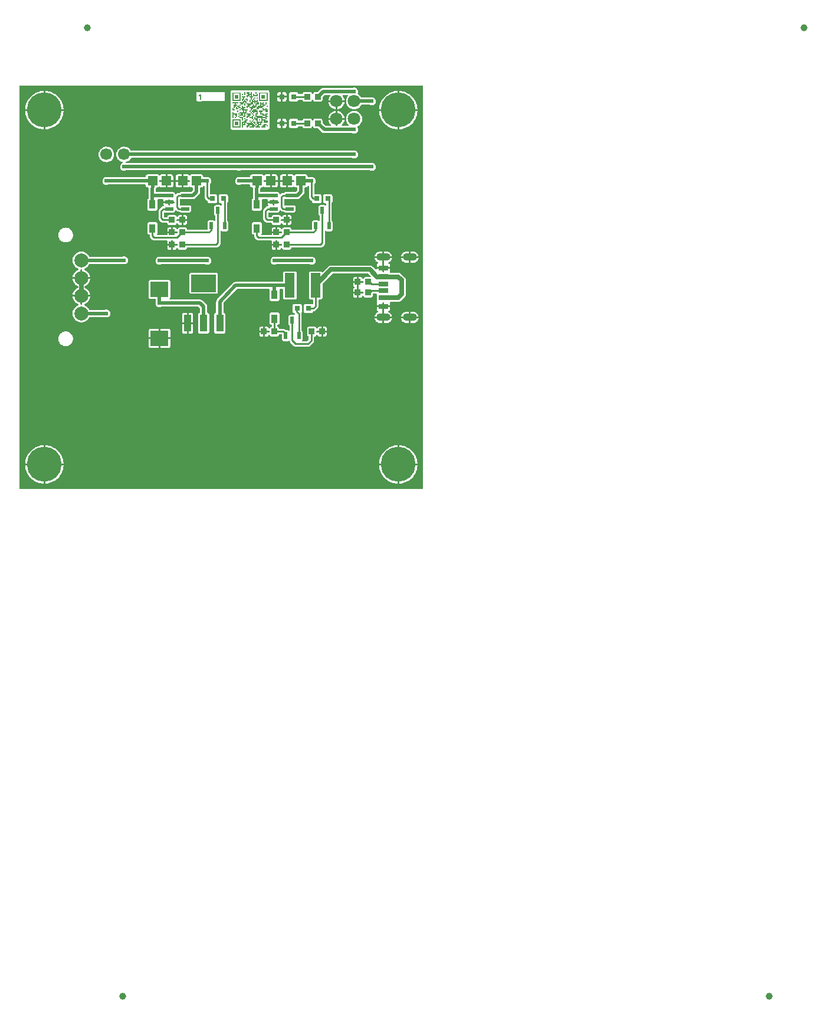
<source format=gtl>
G04 Layer: TopLayer*
G04 Panelize: Stamp Hole, Column: 2, Row: 2, Board Size: 58.42mm x 58.42mm, Panelized Board Size: 122.84mm x 122.84mm*
G04 EasyEDA v6.5.34, 2023-08-07 12:58:06*
G04 71aba6b8c95d4410a53b73b9815fad9c,5a6b42c53f6a479593ecc07194224c93,10*
G04 Gerber Generator version 0.2*
G04 Scale: 100 percent, Rotated: No, Reflected: No *
G04 Dimensions in millimeters *
G04 leading zeros omitted , absolute positions ,4 integer and 5 decimal *
%FSLAX45Y45*%
%MOMM*%

%AMMACRO1*21,1,$1,$2,0,0,$3*%
%ADD10C,0.1524*%
%ADD11C,0.5000*%
%ADD12C,0.2540*%
%ADD13C,0.6350*%
%ADD14MACRO1,0.864X0.8065X90.0000*%
%ADD15MACRO1,0.864X0.8065X-90.0000*%
%ADD16MACRO1,1.35X1.41X90.0000*%
%ADD17MACRO1,1.35X1.41X-90.0000*%
%ADD18R,0.9500X1.2000*%
%ADD19R,0.5320X1.0375*%
%ADD20MACRO1,0.864X0.8064X-90.0000*%
%ADD21R,0.8000X0.8000*%
%ADD22R,1.1570X0.4900*%
%ADD23R,1.1750X0.4900*%
%ADD24MACRO1,2.592X2.2075X0.0000*%
%ADD25R,2.5920X2.2075*%
%ADD26MACRO1,3.4992X1.4067X-90.0000*%
%ADD27R,1.0500X2.4650*%
%ADD28MACRO1,3.54X2.465X0.0000*%
%ADD29R,1.4000X0.8000*%
%ADD30C,1.0000*%
%ADD31O,1.9999959999999999X1.0999978000000001*%
%ADD32C,5.0000*%
%ADD33C,1.8000*%
%ADD34C,1.7000*%
%ADD35C,2.0000*%
%ADD36C,0.6096*%
%ADD37C,0.6200*%
%ADD38C,0.0120*%

%LPD*%
G36*
X5805932Y25908D02*
G01*
X36068Y26416D01*
X32156Y27178D01*
X28905Y29362D01*
X26670Y32664D01*
X25908Y36576D01*
X25908Y5805932D01*
X26670Y5809843D01*
X28905Y5813094D01*
X32156Y5815330D01*
X36068Y5816092D01*
X2555240Y5816092D01*
X2559151Y5815330D01*
X2562402Y5813094D01*
X2564638Y5809843D01*
X2565400Y5805932D01*
X2566162Y5809843D01*
X2568397Y5813094D01*
X2571648Y5815330D01*
X2575560Y5816092D01*
X3050540Y5816092D01*
X3054451Y5815330D01*
X3057702Y5813094D01*
X3059938Y5809843D01*
X3060700Y5805932D01*
X3061462Y5809843D01*
X3063697Y5813094D01*
X3066948Y5815330D01*
X3070860Y5816092D01*
X5805932Y5816092D01*
X5809843Y5815330D01*
X5813094Y5813094D01*
X5815330Y5809843D01*
X5816092Y5805932D01*
X5816092Y36068D01*
X5815330Y32207D01*
X5813094Y28905D01*
X5809843Y26670D01*
G37*

%LPC*%
G36*
X2374036Y3817061D02*
G01*
X2401062Y3817061D01*
X2407412Y3817772D01*
X2412847Y3819702D01*
X2417775Y3822801D01*
X2421839Y3826865D01*
X2424938Y3831793D01*
X2426817Y3837228D01*
X2427528Y3843578D01*
X2427528Y3873500D01*
X2374036Y3873500D01*
G37*
G36*
X393700Y105562D02*
G01*
X398322Y105664D01*
X421284Y108051D01*
X443992Y112369D01*
X466242Y118618D01*
X487934Y126644D01*
X508812Y136499D01*
X528828Y148031D01*
X547827Y161239D01*
X565607Y175971D01*
X582117Y192125D01*
X597204Y209600D01*
X610819Y228295D01*
X622757Y248107D01*
X633018Y268782D01*
X641553Y290271D01*
X648208Y312369D01*
X653034Y334975D01*
X655929Y357936D01*
X656336Y368300D01*
X393700Y368300D01*
G37*
G36*
X5448300Y105613D02*
G01*
X5448300Y368300D01*
X5185410Y368300D01*
X5187289Y346405D01*
X5191150Y323646D01*
X5196890Y301244D01*
X5204460Y279450D01*
X5213858Y258317D01*
X5224983Y238099D01*
X5237784Y218846D01*
X5252161Y200710D01*
X5267960Y183896D01*
X5285130Y168402D01*
X5303520Y154432D01*
X5323027Y142087D01*
X5343499Y131368D01*
X5364835Y122428D01*
X5386781Y115265D01*
X5409285Y109982D01*
X5432145Y106629D01*
G37*
G36*
X368300Y105613D02*
G01*
X368300Y368300D01*
X105410Y368300D01*
X107289Y346405D01*
X111150Y323646D01*
X116890Y301244D01*
X124460Y279450D01*
X133858Y258317D01*
X144983Y238099D01*
X157784Y218846D01*
X172161Y200710D01*
X187960Y183896D01*
X205130Y168402D01*
X223520Y154432D01*
X243027Y142087D01*
X263499Y131368D01*
X284835Y122428D01*
X306781Y115265D01*
X329285Y109982D01*
X352145Y106629D01*
G37*
G36*
X5473700Y393700D02*
G01*
X5736336Y393700D01*
X5735929Y404063D01*
X5733034Y427024D01*
X5728208Y449630D01*
X5721553Y471728D01*
X5713018Y493217D01*
X5702757Y513892D01*
X5690819Y533704D01*
X5677204Y552348D01*
X5662117Y569874D01*
X5645607Y586028D01*
X5627827Y600760D01*
X5608828Y613968D01*
X5588812Y625500D01*
X5567934Y635355D01*
X5546242Y643382D01*
X5523992Y649630D01*
X5501284Y653948D01*
X5478322Y656336D01*
X5473700Y656437D01*
G37*
G36*
X393700Y393700D02*
G01*
X656336Y393700D01*
X655929Y404063D01*
X653034Y427024D01*
X648208Y449630D01*
X641553Y471728D01*
X633018Y493217D01*
X622757Y513892D01*
X610819Y533704D01*
X597204Y552348D01*
X582117Y569874D01*
X565607Y586028D01*
X547827Y600760D01*
X528828Y613968D01*
X508812Y625500D01*
X487934Y635355D01*
X466242Y643382D01*
X443992Y649630D01*
X421284Y653948D01*
X398322Y656336D01*
X393700Y656437D01*
G37*
G36*
X5185410Y393700D02*
G01*
X5448300Y393700D01*
X5448300Y656386D01*
X5432145Y655370D01*
X5409285Y652018D01*
X5386781Y646734D01*
X5364835Y639572D01*
X5343499Y630631D01*
X5323027Y619912D01*
X5303520Y607568D01*
X5285130Y593598D01*
X5267960Y578104D01*
X5252161Y561289D01*
X5237784Y543153D01*
X5224983Y523900D01*
X5213858Y503682D01*
X5204460Y482549D01*
X5196890Y460756D01*
X5191150Y438353D01*
X5187289Y415594D01*
G37*
G36*
X105410Y393700D02*
G01*
X368300Y393700D01*
X368300Y656386D01*
X352145Y655370D01*
X329285Y652018D01*
X306781Y646734D01*
X284835Y639572D01*
X263499Y630631D01*
X243027Y619912D01*
X223520Y607568D01*
X205130Y593598D01*
X187960Y578104D01*
X172161Y561289D01*
X157784Y543153D01*
X144983Y523900D01*
X133858Y503682D01*
X124460Y482549D01*
X116890Y460756D01*
X111150Y438353D01*
X107289Y415594D01*
G37*
G36*
X1902968Y2052574D02*
G01*
X2019300Y2052574D01*
X2019300Y2176170D01*
X1876501Y2176170D01*
X1876501Y2079091D01*
X1877212Y2072741D01*
X1879092Y2067306D01*
X1882190Y2062378D01*
X1886305Y2058314D01*
X1891182Y2055215D01*
X1896668Y2053285D01*
G37*
G36*
X2044700Y2052574D02*
G01*
X2161032Y2052574D01*
X2167331Y2053285D01*
X2172817Y2055215D01*
X2177694Y2058314D01*
X2181809Y2062378D01*
X2184857Y2067306D01*
X2186787Y2072741D01*
X2187498Y2079091D01*
X2187498Y2176170D01*
X2044700Y2176170D01*
G37*
G36*
X3988257Y2069592D02*
G01*
X4165092Y2069592D01*
X4173118Y2070354D01*
X4180332Y2072589D01*
X4186986Y2076145D01*
X4193235Y2081225D01*
X4239564Y2127554D01*
X4244644Y2133803D01*
X4248200Y2140458D01*
X4250436Y2147671D01*
X4251198Y2155698D01*
X4251198Y2207158D01*
X4251858Y2210765D01*
X4253788Y2213914D01*
X4256684Y2216150D01*
X4260240Y2217267D01*
X4263339Y2217572D01*
X4268825Y2219502D01*
X4273702Y2222601D01*
X4277817Y2226665D01*
X4280865Y2231593D01*
X4282998Y2237638D01*
X4285132Y2241194D01*
X4288536Y2243632D01*
X4292600Y2244445D01*
X4296664Y2243632D01*
X4300016Y2241194D01*
X4302201Y2237638D01*
X4304284Y2231593D01*
X4307382Y2226665D01*
X4311497Y2222601D01*
X4316374Y2219502D01*
X4321860Y2217572D01*
X4328160Y2216861D01*
X4355236Y2216861D01*
X4355236Y2273300D01*
X4293666Y2273300D01*
X4289755Y2274062D01*
X4286453Y2276246D01*
X4284268Y2279548D01*
X4283506Y2283460D01*
X4283506Y2288540D01*
X4284268Y2292400D01*
X4286453Y2295702D01*
X4289755Y2297938D01*
X4293666Y2298700D01*
X4355236Y2298700D01*
X4355236Y2355088D01*
X4328160Y2355088D01*
X4321860Y2354376D01*
X4316374Y2352497D01*
X4311497Y2349398D01*
X4307382Y2345283D01*
X4304284Y2340406D01*
X4302201Y2334310D01*
X4300016Y2330754D01*
X4296664Y2328367D01*
X4292600Y2327503D01*
X4288536Y2328367D01*
X4285132Y2330754D01*
X4282998Y2334310D01*
X4280865Y2340406D01*
X4277817Y2345283D01*
X4273702Y2349398D01*
X4268825Y2352497D01*
X4263339Y2354376D01*
X4257040Y2355088D01*
X4177537Y2355088D01*
X4171187Y2354376D01*
X4165752Y2352497D01*
X4160824Y2349398D01*
X4156760Y2345283D01*
X4153662Y2340406D01*
X4151731Y2334920D01*
X4151020Y2328621D01*
X4151020Y2243378D01*
X4151731Y2237028D01*
X4153662Y2231593D01*
X4156760Y2226665D01*
X4160824Y2222601D01*
X4165752Y2219502D01*
X4167174Y2218994D01*
X4170730Y2216861D01*
X4173169Y2213457D01*
X4173982Y2209393D01*
X4173982Y2175408D01*
X4173220Y2171496D01*
X4171035Y2168245D01*
X4152544Y2149754D01*
X4149293Y2147570D01*
X4145381Y2146808D01*
X4089704Y2146808D01*
X4085488Y2147722D01*
X4082084Y2150262D01*
X4080001Y2154021D01*
X4079646Y2158339D01*
X4081119Y2162352D01*
X4081881Y2163572D01*
X4083761Y2169058D01*
X4084472Y2175357D01*
X4084472Y2277973D01*
X4083761Y2284272D01*
X4081881Y2289759D01*
X4078833Y2294585D01*
X4073651Y2299665D01*
X4071365Y2303018D01*
X4070604Y2306929D01*
X4070604Y2539492D01*
X4069791Y2547518D01*
X4068572Y2551480D01*
X4068267Y2555798D01*
X4069740Y2559862D01*
X4072737Y2564638D01*
X4074617Y2570073D01*
X4075328Y2576423D01*
X4075328Y2655265D01*
X4074617Y2661615D01*
X4072737Y2667050D01*
X4069638Y2671978D01*
X4065574Y2676042D01*
X4060647Y2679141D01*
X4055211Y2681020D01*
X4048861Y2681732D01*
X3970020Y2681732D01*
X3963670Y2681020D01*
X3958234Y2679141D01*
X3953306Y2676042D01*
X3949242Y2671978D01*
X3946144Y2667050D01*
X3944264Y2661615D01*
X3943553Y2655265D01*
X3943553Y2576423D01*
X3944264Y2570073D01*
X3946144Y2564638D01*
X3949242Y2559710D01*
X3953306Y2555646D01*
X3958234Y2552547D01*
X3963670Y2550668D01*
X3968750Y2549347D01*
X3971798Y2546858D01*
X3976827Y2540711D01*
X3978706Y2537155D01*
X3979062Y2533192D01*
X3977894Y2529382D01*
X3975354Y2526334D01*
X3971798Y2524506D01*
X3967835Y2524150D01*
X3963009Y2524709D01*
X3910939Y2524709D01*
X3904640Y2523998D01*
X3899154Y2522067D01*
X3894277Y2518968D01*
X3890162Y2514904D01*
X3887114Y2509977D01*
X3885184Y2504541D01*
X3884472Y2498242D01*
X3884472Y2395626D01*
X3885184Y2389276D01*
X3887114Y2383840D01*
X3890162Y2378964D01*
X3895344Y2373884D01*
X3897579Y2370582D01*
X3898392Y2366619D01*
X3898392Y2308504D01*
X3897477Y2304338D01*
X3894886Y2300884D01*
X3891127Y2298801D01*
X3886860Y2298446D01*
X3882796Y2299919D01*
X3879799Y2301849D01*
X3874312Y2303729D01*
X3868013Y2304440D01*
X3850335Y2304440D01*
X3846423Y2305202D01*
X3843172Y2307437D01*
X3837635Y2312924D01*
X3831386Y2318054D01*
X3824732Y2321610D01*
X3817518Y2323795D01*
X3809492Y2324608D01*
X3757879Y2324608D01*
X3754272Y2325268D01*
X3751122Y2327198D01*
X3748836Y2330094D01*
X3747617Y2334920D01*
X3745737Y2340406D01*
X3742639Y2345283D01*
X3738575Y2349398D01*
X3733647Y2352497D01*
X3728415Y2354326D01*
X3724859Y2356459D01*
X3722471Y2359812D01*
X3721608Y2363876D01*
X3721608Y2375560D01*
X3722268Y2379167D01*
X3724198Y2382316D01*
X3727094Y2384602D01*
X3730650Y2385669D01*
X3737101Y2386380D01*
X3742588Y2388311D01*
X3747465Y2391410D01*
X3751579Y2395474D01*
X3754678Y2400401D01*
X3756558Y2405837D01*
X3757269Y2412187D01*
X3757269Y2531008D01*
X3756558Y2537358D01*
X3754678Y2542794D01*
X3751579Y2547721D01*
X3747465Y2551785D01*
X3742588Y2554884D01*
X3737101Y2556764D01*
X3730802Y2557475D01*
X3636924Y2557475D01*
X3630625Y2556764D01*
X3625138Y2554884D01*
X3620262Y2551785D01*
X3616147Y2547721D01*
X3613099Y2542794D01*
X3611168Y2537358D01*
X3610457Y2531008D01*
X3610457Y2412187D01*
X3611168Y2405837D01*
X3613099Y2400401D01*
X3616147Y2395474D01*
X3620262Y2391410D01*
X3625138Y2388311D01*
X3630625Y2386380D01*
X3635349Y2385872D01*
X3638905Y2384806D01*
X3641801Y2382520D01*
X3643731Y2379370D01*
X3644392Y2375763D01*
X3644392Y2364384D01*
X3643528Y2360320D01*
X3641090Y2356916D01*
X3637483Y2354783D01*
X3630523Y2352446D01*
X3625697Y2349398D01*
X3621582Y2345283D01*
X3618484Y2340406D01*
X3616401Y2334310D01*
X3614216Y2330754D01*
X3610864Y2328367D01*
X3606800Y2327503D01*
X3602736Y2328367D01*
X3599332Y2330754D01*
X3597198Y2334310D01*
X3595065Y2340406D01*
X3592017Y2345283D01*
X3587902Y2349398D01*
X3583025Y2352497D01*
X3577539Y2354376D01*
X3571240Y2355088D01*
X3544163Y2355088D01*
X3544163Y2298700D01*
X3605733Y2298700D01*
X3609594Y2297938D01*
X3612896Y2295702D01*
X3615131Y2292400D01*
X3615893Y2288540D01*
X3615893Y2283460D01*
X3615131Y2279548D01*
X3612896Y2276246D01*
X3609594Y2274062D01*
X3605733Y2273300D01*
X3544163Y2273300D01*
X3544163Y2216861D01*
X3571240Y2216861D01*
X3577539Y2217572D01*
X3583025Y2219502D01*
X3587902Y2222601D01*
X3592017Y2226665D01*
X3595065Y2231593D01*
X3597198Y2237638D01*
X3599332Y2241194D01*
X3602736Y2243632D01*
X3606800Y2244445D01*
X3610864Y2243632D01*
X3614216Y2241194D01*
X3616401Y2237638D01*
X3618484Y2231593D01*
X3621582Y2226665D01*
X3625697Y2222601D01*
X3630574Y2219502D01*
X3636060Y2217572D01*
X3642360Y2216861D01*
X3721862Y2216861D01*
X3728212Y2217572D01*
X3733647Y2219502D01*
X3738575Y2222601D01*
X3742639Y2226665D01*
X3745737Y2231593D01*
X3747617Y2237028D01*
X3748836Y2241905D01*
X3751122Y2244801D01*
X3754272Y2246731D01*
X3757879Y2247392D01*
X3779316Y2247392D01*
X3783228Y2246630D01*
X3786479Y2244394D01*
X3788714Y2241092D01*
X3789476Y2237232D01*
X3789476Y2175357D01*
X3790187Y2169058D01*
X3792118Y2163572D01*
X3795166Y2158695D01*
X3799281Y2154580D01*
X3804158Y2151481D01*
X3809644Y2149602D01*
X3815943Y2148890D01*
X3868013Y2148890D01*
X3874312Y2149602D01*
X3879799Y2151481D01*
X3884777Y2154631D01*
X3888232Y2156002D01*
X3891940Y2156053D01*
X3895445Y2154732D01*
X3898239Y2152294D01*
X3899915Y2148992D01*
X3901389Y2144217D01*
X3904945Y2137562D01*
X3910025Y2131314D01*
X3960114Y2081225D01*
X3966362Y2076145D01*
X3973017Y2072589D01*
X3980281Y2070354D01*
G37*
G36*
X685800Y2077212D02*
G01*
X699617Y2078126D01*
X713181Y2080818D01*
X726338Y2085289D01*
X738733Y2091385D01*
X750265Y2099106D01*
X760679Y2108250D01*
X769823Y2118664D01*
X777494Y2130145D01*
X783640Y2142591D01*
X788060Y2155698D01*
X790803Y2169261D01*
X791667Y2183079D01*
X790803Y2196947D01*
X788060Y2210511D01*
X783640Y2223617D01*
X777494Y2236063D01*
X769823Y2247544D01*
X760679Y2257958D01*
X750265Y2267102D01*
X738733Y2274824D01*
X726338Y2280920D01*
X713181Y2285390D01*
X699617Y2288082D01*
X685800Y2288997D01*
X671982Y2288082D01*
X658418Y2285390D01*
X645261Y2280920D01*
X632866Y2274824D01*
X621334Y2267102D01*
X610920Y2257958D01*
X601776Y2247544D01*
X594106Y2236063D01*
X587959Y2223617D01*
X583539Y2210511D01*
X580796Y2196947D01*
X579932Y2183079D01*
X580796Y2169261D01*
X583539Y2155698D01*
X587959Y2142591D01*
X594106Y2130145D01*
X601776Y2118664D01*
X610920Y2108250D01*
X621334Y2099106D01*
X632866Y2091385D01*
X645261Y2085289D01*
X658418Y2080818D01*
X671982Y2078126D01*
G37*
G36*
X3722522Y5664200D02*
G01*
X3775710Y5664200D01*
X3775710Y5717387D01*
X3748989Y5717387D01*
X3742639Y5716676D01*
X3737203Y5714796D01*
X3732276Y5711698D01*
X3728212Y5707634D01*
X3725113Y5702706D01*
X3723233Y5697270D01*
X3722522Y5690920D01*
G37*
G36*
X3801110Y5664200D02*
G01*
X3854297Y5664200D01*
X3854297Y5690920D01*
X3853586Y5697270D01*
X3851706Y5702706D01*
X3848608Y5707634D01*
X3844544Y5711698D01*
X3839616Y5714796D01*
X3834180Y5716676D01*
X3827830Y5717387D01*
X3801110Y5717387D01*
G37*
G36*
X1876501Y2201570D02*
G01*
X2019300Y2201570D01*
X2019300Y2325166D01*
X1902968Y2325166D01*
X1896668Y2324455D01*
X1891182Y2322525D01*
X1886305Y2319426D01*
X1882190Y2315362D01*
X1879092Y2310434D01*
X1877212Y2304999D01*
X1876501Y2298649D01*
G37*
G36*
X2044700Y2201570D02*
G01*
X2187498Y2201570D01*
X2187498Y2298649D01*
X2186787Y2304999D01*
X2184857Y2310434D01*
X2181809Y2315362D01*
X2177694Y2319426D01*
X2172817Y2322525D01*
X2167331Y2324455D01*
X2161032Y2325166D01*
X2044700Y2325166D01*
G37*
G36*
X3491737Y2216861D02*
G01*
X3518763Y2216861D01*
X3518763Y2273300D01*
X3465220Y2273300D01*
X3465220Y2243378D01*
X3465931Y2237028D01*
X3467862Y2231593D01*
X3470960Y2226665D01*
X3475024Y2222601D01*
X3479952Y2219502D01*
X3485387Y2217572D01*
G37*
G36*
X4380636Y2216861D02*
G01*
X4407662Y2216861D01*
X4414012Y2217572D01*
X4419447Y2219502D01*
X4424375Y2222601D01*
X4428439Y2226665D01*
X4431538Y2231593D01*
X4433417Y2237028D01*
X4434128Y2243378D01*
X4434128Y2273300D01*
X4380636Y2273300D01*
G37*
G36*
X3748989Y5585612D02*
G01*
X3775710Y5585612D01*
X3775710Y5638800D01*
X3722522Y5638800D01*
X3722522Y5612079D01*
X3723233Y5605729D01*
X3725113Y5600293D01*
X3728212Y5595366D01*
X3732276Y5591302D01*
X3737203Y5588203D01*
X3742639Y5586323D01*
G37*
G36*
X3801110Y5585612D02*
G01*
X3827830Y5585612D01*
X3834180Y5586323D01*
X3839616Y5588203D01*
X3844544Y5591302D01*
X3848608Y5595366D01*
X3851706Y5600293D01*
X3853586Y5605729D01*
X3854297Y5612079D01*
X3854297Y5638800D01*
X3801110Y5638800D01*
G37*
G36*
X2596438Y5583682D02*
G01*
X2626563Y5583682D01*
X2632862Y5584393D01*
X2641142Y5587593D01*
X2643936Y5588000D01*
X2970784Y5588000D01*
X2971800Y5589016D01*
X2971800Y5713984D01*
X2970784Y5715000D01*
X2639822Y5715000D01*
X2636469Y5715558D01*
X2632862Y5716828D01*
X2626563Y5717540D01*
X2596438Y5717540D01*
X2590139Y5716828D01*
X2586532Y5715558D01*
X2583180Y5715000D01*
X2575560Y5715000D01*
X2571648Y5715762D01*
X2568397Y5717997D01*
X2566162Y5721248D01*
X2565400Y5725160D01*
X2565400Y5589016D01*
X2566416Y5588000D01*
X2579065Y5588000D01*
X2581859Y5587593D01*
X2584653Y5586323D01*
X2590139Y5584393D01*
G37*
G36*
X2449677Y2257501D02*
G01*
X2488895Y2257501D01*
X2495245Y2258212D01*
X2500680Y2260092D01*
X2505608Y2263190D01*
X2509672Y2267254D01*
X2512771Y2272182D01*
X2514701Y2277618D01*
X2515412Y2283968D01*
X2515412Y2393950D01*
X2449677Y2393950D01*
G37*
G36*
X2385060Y2257501D02*
G01*
X2424277Y2257501D01*
X2424277Y2393950D01*
X2358593Y2393950D01*
X2358593Y2283968D01*
X2359304Y2277618D01*
X2361184Y2272182D01*
X2364282Y2267254D01*
X2368397Y2263190D01*
X2373274Y2260092D01*
X2378760Y2258212D01*
G37*
G36*
X2615082Y2257501D02*
G01*
X2718917Y2257501D01*
X2725216Y2258212D01*
X2730703Y2260092D01*
X2735580Y2263190D01*
X2739694Y2267254D01*
X2742793Y2272182D01*
X2744673Y2277618D01*
X2745384Y2283968D01*
X2745384Y2529332D01*
X2744673Y2535631D01*
X2742793Y2541117D01*
X2739694Y2545994D01*
X2735580Y2550109D01*
X2730703Y2553157D01*
X2724708Y2555290D01*
X2721152Y2557424D01*
X2718765Y2560777D01*
X2717901Y2564841D01*
X2717901Y2641396D01*
X2717698Y2646019D01*
X2717139Y2650439D01*
X2716174Y2654757D01*
X2714802Y2659024D01*
X2713126Y2663088D01*
X2711094Y2667050D01*
X2708706Y2670810D01*
X2705963Y2674315D01*
X2702814Y2677769D01*
X2652369Y2728214D01*
X2648915Y2731363D01*
X2645410Y2734106D01*
X2641650Y2736494D01*
X2637688Y2738526D01*
X2633624Y2740202D01*
X2629357Y2741574D01*
X2625039Y2742539D01*
X2620619Y2743098D01*
X2615996Y2743301D01*
X2185009Y2743301D01*
X2181098Y2744063D01*
X2177796Y2746298D01*
X2175611Y2749550D01*
X2174849Y2753461D01*
X2175611Y2757373D01*
X2177796Y2760624D01*
X2181809Y2764637D01*
X2184857Y2769514D01*
X2186787Y2775000D01*
X2187498Y2781300D01*
X2187498Y3000908D01*
X2186787Y3007258D01*
X2184857Y3012694D01*
X2181809Y3017621D01*
X2177694Y3021685D01*
X2172817Y3024784D01*
X2167331Y3026714D01*
X2161032Y3027426D01*
X1902968Y3027426D01*
X1896668Y3026714D01*
X1891182Y3024784D01*
X1886305Y3021685D01*
X1882190Y3017621D01*
X1879092Y3012694D01*
X1877212Y3007258D01*
X1876501Y3000908D01*
X1876501Y2781300D01*
X1877212Y2775000D01*
X1879092Y2769514D01*
X1882190Y2764637D01*
X1886305Y2760522D01*
X1891182Y2757474D01*
X1896668Y2755544D01*
X1902968Y2754833D01*
X1970938Y2754833D01*
X1974799Y2754071D01*
X1978101Y2751836D01*
X1980336Y2748584D01*
X1981098Y2744673D01*
X1981098Y2718308D01*
X1980133Y2713990D01*
X1979066Y2711653D01*
X1976526Y2702204D01*
X1975662Y2692400D01*
X1976526Y2682595D01*
X1979066Y2673146D01*
X1983181Y2664206D01*
X1988820Y2656179D01*
X1995779Y2649220D01*
X2003806Y2643581D01*
X2012746Y2639466D01*
X2022195Y2636926D01*
X2032000Y2636062D01*
X2041804Y2636926D01*
X2051253Y2639466D01*
X2053589Y2640533D01*
X2057907Y2641498D01*
X2590901Y2641498D01*
X2594813Y2640736D01*
X2598064Y2638501D01*
X2613101Y2623464D01*
X2615336Y2620162D01*
X2616098Y2616301D01*
X2616098Y2564841D01*
X2615234Y2560777D01*
X2612847Y2557424D01*
X2609291Y2555290D01*
X2603296Y2553157D01*
X2598369Y2550109D01*
X2594305Y2545994D01*
X2591206Y2541117D01*
X2589276Y2535631D01*
X2588564Y2529332D01*
X2588564Y2283968D01*
X2589276Y2277618D01*
X2591206Y2272182D01*
X2594305Y2267254D01*
X2598369Y2263190D01*
X2603296Y2260092D01*
X2608732Y2258212D01*
G37*
G36*
X2845054Y2257501D02*
G01*
X2948940Y2257501D01*
X2955239Y2258212D01*
X2960725Y2260092D01*
X2965602Y2263190D01*
X2969717Y2267254D01*
X2972765Y2272182D01*
X2974695Y2277618D01*
X2975406Y2283968D01*
X2975406Y2529332D01*
X2974695Y2535631D01*
X2972765Y2541117D01*
X2969717Y2545994D01*
X2965602Y2550109D01*
X2960725Y2553157D01*
X2954731Y2555290D01*
X2951175Y2557424D01*
X2948736Y2560777D01*
X2947924Y2564841D01*
X2947924Y2691333D01*
X2948686Y2695194D01*
X2950819Y2698445D01*
X3142488Y2892450D01*
X3145790Y2894685D01*
X3149701Y2895498D01*
X3603193Y2895498D01*
X3607003Y2894736D01*
X3610203Y2892653D01*
X3612438Y2889504D01*
X3613353Y2885795D01*
X3612794Y2881985D01*
X3611168Y2877362D01*
X3610457Y2871012D01*
X3610457Y2752140D01*
X3611168Y2745841D01*
X3613099Y2740355D01*
X3616147Y2735478D01*
X3620262Y2731363D01*
X3625138Y2728315D01*
X3630625Y2726385D01*
X3636924Y2725674D01*
X3730802Y2725674D01*
X3737101Y2726385D01*
X3742588Y2728315D01*
X3747465Y2731363D01*
X3751579Y2735478D01*
X3754678Y2740355D01*
X3756558Y2745841D01*
X3757269Y2752140D01*
X3757269Y2871012D01*
X3756558Y2877362D01*
X3754932Y2881985D01*
X3754374Y2885795D01*
X3755288Y2889504D01*
X3757523Y2892653D01*
X3760774Y2894736D01*
X3764534Y2895498D01*
X3797655Y2895498D01*
X3801567Y2894736D01*
X3804818Y2892501D01*
X3807053Y2889199D01*
X3807815Y2885338D01*
X3807815Y2772003D01*
X3808526Y2765653D01*
X3810457Y2760218D01*
X3813505Y2755341D01*
X3817620Y2751226D01*
X3822496Y2748127D01*
X3827983Y2746248D01*
X3834282Y2745536D01*
X3973829Y2745536D01*
X3980129Y2746248D01*
X3985615Y2748127D01*
X3990492Y2751226D01*
X3994607Y2755341D01*
X3997655Y2760218D01*
X3999585Y2765653D01*
X4000296Y2772003D01*
X4000296Y3120796D01*
X3999585Y3127095D01*
X3997655Y3132582D01*
X3994607Y3137458D01*
X3990492Y3141573D01*
X3985615Y3144621D01*
X3980129Y3146552D01*
X3973829Y3147263D01*
X3834282Y3147263D01*
X3827983Y3146552D01*
X3822496Y3144621D01*
X3817620Y3141573D01*
X3813505Y3137458D01*
X3810457Y3132582D01*
X3808526Y3127095D01*
X3807815Y3120796D01*
X3807815Y3007461D01*
X3807053Y3003550D01*
X3804818Y3000298D01*
X3801567Y2998063D01*
X3797655Y2997301D01*
X3708908Y2997301D01*
X3704640Y2998266D01*
X3702253Y2999333D01*
X3692804Y3001873D01*
X3683000Y3002737D01*
X3673195Y3001873D01*
X3663746Y2999333D01*
X3661359Y2998266D01*
X3657092Y2997301D01*
X3124454Y2997301D01*
X3119424Y2997047D01*
X3115411Y2996539D01*
X3110687Y2995472D01*
X3106826Y2994253D01*
X3102356Y2992374D01*
X3098749Y2990494D01*
X3094736Y2987903D01*
X3091484Y2985414D01*
X3087827Y2982010D01*
X2860903Y2752293D01*
X2858008Y2749143D01*
X2855112Y2745282D01*
X2852928Y2741879D01*
X2850743Y2737561D01*
X2849168Y2733802D01*
X2847746Y2729230D01*
X2846882Y2725267D01*
X2846273Y2720492D01*
X2846070Y2716174D01*
X2846070Y2564841D01*
X2845257Y2560828D01*
X2842818Y2557424D01*
X2839262Y2555290D01*
X2833268Y2553157D01*
X2828391Y2550109D01*
X2824276Y2545994D01*
X2821228Y2541117D01*
X2819298Y2535631D01*
X2818587Y2529332D01*
X2818587Y2283968D01*
X2819298Y2277618D01*
X2821228Y2272182D01*
X2824276Y2267254D01*
X2828391Y2263190D01*
X2833268Y2260092D01*
X2838754Y2258212D01*
G37*
G36*
X105410Y5473700D02*
G01*
X368300Y5473700D01*
X368300Y5736386D01*
X352145Y5735370D01*
X329285Y5732018D01*
X306781Y5726734D01*
X284835Y5719572D01*
X263499Y5710631D01*
X243027Y5699912D01*
X223520Y5687568D01*
X205130Y5673598D01*
X187960Y5658104D01*
X172161Y5641289D01*
X157784Y5623153D01*
X144983Y5603900D01*
X133858Y5583682D01*
X124460Y5562549D01*
X116890Y5540756D01*
X111150Y5518353D01*
X107289Y5495594D01*
G37*
G36*
X3465220Y2298700D02*
G01*
X3518763Y2298700D01*
X3518763Y2355088D01*
X3491737Y2355088D01*
X3485387Y2354376D01*
X3479952Y2352497D01*
X3475024Y2349398D01*
X3470960Y2345283D01*
X3467862Y2340406D01*
X3465931Y2334920D01*
X3465220Y2328621D01*
G37*
G36*
X4380636Y2298700D02*
G01*
X4434128Y2298700D01*
X4434128Y2328621D01*
X4433417Y2334920D01*
X4431538Y2340406D01*
X4428439Y2345283D01*
X4424375Y2349398D01*
X4419447Y2352497D01*
X4414012Y2354376D01*
X4407662Y2355088D01*
X4380636Y2355088D01*
G37*
G36*
X5185410Y5473700D02*
G01*
X5448300Y5473700D01*
X5448300Y5736386D01*
X5432145Y5735370D01*
X5409285Y5732018D01*
X5386781Y5726734D01*
X5364835Y5719572D01*
X5343499Y5710631D01*
X5323027Y5699912D01*
X5303520Y5687568D01*
X5285130Y5673598D01*
X5267960Y5658104D01*
X5252161Y5641289D01*
X5237784Y5623153D01*
X5224983Y5603900D01*
X5213858Y5583682D01*
X5204460Y5562549D01*
X5196890Y5540756D01*
X5191150Y5518353D01*
X5187289Y5495594D01*
G37*
G36*
X393700Y5473700D02*
G01*
X656336Y5473700D01*
X655929Y5484063D01*
X653034Y5507024D01*
X648208Y5529630D01*
X641553Y5551728D01*
X633018Y5573217D01*
X622757Y5593892D01*
X610819Y5613704D01*
X597204Y5632348D01*
X582117Y5649874D01*
X565607Y5666028D01*
X547827Y5680760D01*
X528828Y5693968D01*
X508812Y5705500D01*
X487934Y5715355D01*
X466242Y5723382D01*
X443992Y5729630D01*
X421284Y5733948D01*
X398322Y5736336D01*
X393700Y5736437D01*
G37*
G36*
X5201056Y2408072D02*
G01*
X5232958Y2408072D01*
X5232958Y2476296D01*
X5120894Y2476296D01*
X5123078Y2466187D01*
X5127091Y2455418D01*
X5132628Y2445258D01*
X5139537Y2436012D01*
X5147716Y2427884D01*
X5156962Y2420975D01*
X5167071Y2415438D01*
X5177891Y2411374D01*
X5189169Y2408936D01*
G37*
G36*
X5581040Y2408072D02*
G01*
X5612993Y2408072D01*
X5612993Y2476296D01*
X5500878Y2476296D01*
X5503062Y2466187D01*
X5507075Y2455418D01*
X5512612Y2445258D01*
X5519572Y2436012D01*
X5527700Y2427884D01*
X5536946Y2420975D01*
X5547055Y2415438D01*
X5557875Y2411374D01*
X5569153Y2408936D01*
G37*
G36*
X5638393Y2408072D02*
G01*
X5670296Y2408072D01*
X5682183Y2408936D01*
X5693460Y2411374D01*
X5704281Y2415438D01*
X5714390Y2420975D01*
X5723636Y2427884D01*
X5731814Y2436012D01*
X5738723Y2445258D01*
X5744260Y2455418D01*
X5748274Y2466187D01*
X5750458Y2476296D01*
X5638393Y2476296D01*
G37*
G36*
X5258358Y2408072D02*
G01*
X5290312Y2408072D01*
X5302199Y2408936D01*
X5313476Y2411374D01*
X5324297Y2415438D01*
X5334406Y2420975D01*
X5343652Y2427884D01*
X5351780Y2436012D01*
X5358739Y2445258D01*
X5364226Y2455418D01*
X5368290Y2466187D01*
X5370474Y2476296D01*
X5258358Y2476296D01*
G37*
G36*
X2449677Y2419350D02*
G01*
X2515412Y2419350D01*
X2515412Y2529332D01*
X2514701Y2535631D01*
X2512771Y2541117D01*
X2509672Y2545994D01*
X2505608Y2550109D01*
X2500680Y2553157D01*
X2495245Y2555087D01*
X2488895Y2555798D01*
X2449677Y2555798D01*
G37*
G36*
X2358593Y2419350D02*
G01*
X2424277Y2419350D01*
X2424277Y2555798D01*
X2385060Y2555798D01*
X2378760Y2555087D01*
X2373274Y2553157D01*
X2368397Y2550109D01*
X2364282Y2545994D01*
X2361184Y2541117D01*
X2359304Y2535631D01*
X2358593Y2529332D01*
G37*
G36*
X910793Y2419858D02*
G01*
X925982Y2420772D01*
X940917Y2423515D01*
X955446Y2428036D01*
X969314Y2434285D01*
X982319Y2442108D01*
X994308Y2451506D01*
X1005027Y2462276D01*
X1014425Y2474214D01*
X1022299Y2487218D01*
X1023010Y2488844D01*
X1025245Y2491994D01*
X1028496Y2494127D01*
X1032306Y2494838D01*
X1243025Y2494686D01*
X1246784Y2493975D01*
X1253337Y2491333D01*
X1262786Y2489301D01*
X1272438Y2488895D01*
X1281988Y2490114D01*
X1291183Y2492959D01*
X1299819Y2497277D01*
X1307592Y2503017D01*
X1314246Y2509977D01*
X1319631Y2517952D01*
X1323644Y2526741D01*
X1326032Y2536088D01*
X1326896Y2545689D01*
X1326032Y2555341D01*
X1323644Y2564638D01*
X1319631Y2573426D01*
X1314246Y2581452D01*
X1307592Y2588412D01*
X1299819Y2594152D01*
X1291183Y2598470D01*
X1281988Y2601315D01*
X1272438Y2602534D01*
X1262786Y2602128D01*
X1253337Y2600096D01*
X1246276Y2597251D01*
X1242466Y2596540D01*
X1032256Y2596642D01*
X1028446Y2597404D01*
X1025194Y2599486D01*
X1014425Y2617266D01*
X1005027Y2629204D01*
X994308Y2639974D01*
X982319Y2649321D01*
X969314Y2657195D01*
X955395Y2663444D01*
X952246Y2665679D01*
X950112Y2668930D01*
X949401Y2672740D01*
X950112Y2676550D01*
X952246Y2679750D01*
X955395Y2681986D01*
X969314Y2688285D01*
X982319Y2696108D01*
X994308Y2705506D01*
X1005027Y2716276D01*
X1014425Y2728214D01*
X1022299Y2741218D01*
X1028496Y2755087D01*
X1033018Y2769616D01*
X1035761Y2784551D01*
X1035913Y2787040D01*
X923493Y2787040D01*
X923493Y2681630D01*
X922731Y2677769D01*
X920546Y2674467D01*
X917244Y2672283D01*
X913333Y2671470D01*
X908253Y2671470D01*
X904392Y2672283D01*
X901090Y2674467D01*
X898906Y2677769D01*
X898093Y2681630D01*
X898093Y2787040D01*
X785672Y2787040D01*
X785825Y2784551D01*
X788568Y2769616D01*
X793089Y2755087D01*
X799338Y2741218D01*
X807212Y2728214D01*
X816559Y2716276D01*
X827328Y2705506D01*
X839317Y2696108D01*
X852322Y2688285D01*
X866241Y2681986D01*
X869391Y2679750D01*
X871474Y2676550D01*
X872236Y2672740D01*
X871474Y2668930D01*
X869391Y2665679D01*
X866241Y2663444D01*
X852322Y2657195D01*
X839317Y2649321D01*
X827328Y2639974D01*
X816559Y2629204D01*
X807212Y2617266D01*
X799338Y2604211D01*
X793089Y2590393D01*
X788568Y2575864D01*
X785825Y2560929D01*
X784910Y2545740D01*
X785825Y2530551D01*
X788568Y2515616D01*
X793089Y2501087D01*
X799338Y2487218D01*
X807212Y2474214D01*
X816559Y2462276D01*
X827328Y2451506D01*
X839317Y2442108D01*
X852322Y2434285D01*
X866190Y2428036D01*
X880668Y2423515D01*
X895654Y2420772D01*
G37*
G36*
X5473700Y5473700D02*
G01*
X5736336Y5473700D01*
X5735929Y5484063D01*
X5733034Y5507024D01*
X5728208Y5529630D01*
X5721553Y5551728D01*
X5713018Y5573217D01*
X5702757Y5593892D01*
X5690819Y5613704D01*
X5677204Y5632348D01*
X5662117Y5649874D01*
X5645607Y5666028D01*
X5627827Y5680760D01*
X5608828Y5693968D01*
X5588812Y5705500D01*
X5567934Y5715355D01*
X5546242Y5723382D01*
X5523992Y5729630D01*
X5501284Y5733948D01*
X5478322Y5736336D01*
X5473700Y5736437D01*
G37*
G36*
X5500878Y2501696D02*
G01*
X5612993Y2501696D01*
X5612993Y2569921D01*
X5581040Y2569921D01*
X5569153Y2569057D01*
X5557875Y2566619D01*
X5547055Y2562555D01*
X5536946Y2557018D01*
X5527700Y2550109D01*
X5519572Y2541981D01*
X5512612Y2532735D01*
X5507075Y2522575D01*
X5503062Y2511806D01*
G37*
G36*
X5638393Y2501696D02*
G01*
X5750458Y2501696D01*
X5748274Y2511806D01*
X5744260Y2522575D01*
X5738723Y2532735D01*
X5731814Y2541981D01*
X5723636Y2550109D01*
X5714390Y2557018D01*
X5704281Y2562555D01*
X5693460Y2566619D01*
X5682183Y2569057D01*
X5670296Y2569921D01*
X5638393Y2569921D01*
G37*
G36*
X5120894Y2501696D02*
G01*
X5232958Y2501696D01*
X5232958Y2633268D01*
X5149748Y2633268D01*
X5149748Y2606548D01*
X5150459Y2600248D01*
X5152390Y2594762D01*
X5155488Y2589885D01*
X5159552Y2585770D01*
X5164480Y2582722D01*
X5167122Y2581757D01*
X5170678Y2579674D01*
X5173065Y2576322D01*
X5173929Y2572308D01*
X5173116Y2568244D01*
X5170830Y2564841D01*
X5167071Y2562555D01*
X5156962Y2557018D01*
X5147716Y2550109D01*
X5139537Y2541981D01*
X5132628Y2532735D01*
X5127091Y2522575D01*
X5123078Y2511806D01*
G37*
G36*
X5258358Y2501696D02*
G01*
X5370474Y2501696D01*
X5368290Y2511806D01*
X5364226Y2522575D01*
X5358739Y2532735D01*
X5351780Y2541981D01*
X5343652Y2550109D01*
X5334406Y2557018D01*
X5324043Y2562656D01*
X5320538Y2564841D01*
X5318201Y2568244D01*
X5317439Y2572308D01*
X5318302Y2576322D01*
X5320690Y2579674D01*
X5324246Y2581757D01*
X5326888Y2582722D01*
X5331764Y2585770D01*
X5335879Y2589885D01*
X5338978Y2594762D01*
X5340858Y2600248D01*
X5341569Y2606548D01*
X5341569Y2633268D01*
X5258358Y2633268D01*
G37*
G36*
X4559300Y5473039D02*
G01*
X4559300Y5575300D01*
X4456887Y5575300D01*
X4457039Y5573471D01*
X4459732Y5559196D01*
X4464253Y5545328D01*
X4470450Y5532170D01*
X4478223Y5519877D01*
X4487519Y5508650D01*
X4498136Y5498693D01*
X4509922Y5490159D01*
X4522673Y5483148D01*
X4536186Y5477764D01*
X4550308Y5474157D01*
G37*
G36*
X4129887Y2550617D02*
G01*
X4208780Y2550617D01*
X4215079Y2551328D01*
X4220565Y2553258D01*
X4225442Y2556357D01*
X4229557Y2560421D01*
X4232605Y2565349D01*
X4234586Y2571038D01*
X4236516Y2574340D01*
X4239514Y2576677D01*
X4243222Y2577795D01*
X4249318Y2578354D01*
X4256532Y2580589D01*
X4263186Y2584145D01*
X4269435Y2589225D01*
X4301642Y2621483D01*
X4306773Y2627680D01*
X4310329Y2634335D01*
X4312513Y2641600D01*
X4313326Y2649626D01*
X4313326Y2735376D01*
X4314088Y2739237D01*
X4316272Y2742539D01*
X4319574Y2744724D01*
X4323486Y2745536D01*
X4344466Y2745536D01*
X4350816Y2746248D01*
X4356252Y2748127D01*
X4361180Y2751226D01*
X4365244Y2755341D01*
X4368342Y2760218D01*
X4370273Y2765653D01*
X4370984Y2772003D01*
X4370984Y2964434D01*
X4371746Y2968294D01*
X4373930Y2971596D01*
X4516729Y3114344D01*
X4519980Y3116580D01*
X4523892Y3117342D01*
X5026507Y3117342D01*
X5030419Y3116580D01*
X5033670Y3114344D01*
X5064404Y3083661D01*
X5066639Y3080359D01*
X5067401Y3076448D01*
X5066639Y3072587D01*
X5064404Y3069285D01*
X5061102Y3067100D01*
X5057241Y3066288D01*
X4988560Y3066288D01*
X4982260Y3065576D01*
X4976774Y3063697D01*
X4971897Y3060598D01*
X4967782Y3056483D01*
X4964684Y3051606D01*
X4962601Y3045510D01*
X4960416Y3041954D01*
X4957064Y3039567D01*
X4953000Y3038754D01*
X4948936Y3039567D01*
X4945532Y3041954D01*
X4943398Y3045510D01*
X4941265Y3051606D01*
X4938217Y3056483D01*
X4934102Y3060598D01*
X4929225Y3063697D01*
X4923739Y3065576D01*
X4917440Y3066288D01*
X4890363Y3066288D01*
X4890363Y3009900D01*
X4951933Y3009900D01*
X4955794Y3009138D01*
X4959096Y3006902D01*
X4961331Y3003600D01*
X4962093Y2999740D01*
X4962093Y2994660D01*
X4961331Y2990748D01*
X4959096Y2987446D01*
X4955794Y2985262D01*
X4951933Y2984500D01*
X4890363Y2984500D01*
X4890363Y2857500D01*
X4951933Y2857500D01*
X4955794Y2856738D01*
X4959096Y2854502D01*
X4961331Y2851200D01*
X4962093Y2847340D01*
X4962093Y2842260D01*
X4961331Y2838348D01*
X4959096Y2835046D01*
X4955794Y2832862D01*
X4951933Y2832100D01*
X4890363Y2832100D01*
X4890363Y2775661D01*
X4917440Y2775661D01*
X4923739Y2776423D01*
X4929225Y2778302D01*
X4934102Y2781401D01*
X4938217Y2785465D01*
X4941265Y2790393D01*
X4943398Y2796438D01*
X4945532Y2799994D01*
X4948936Y2802432D01*
X4953000Y2803245D01*
X4957064Y2802432D01*
X4960416Y2799994D01*
X4962601Y2796438D01*
X4964684Y2790393D01*
X4967782Y2785465D01*
X4971897Y2781401D01*
X4976774Y2778302D01*
X4982260Y2776423D01*
X4988560Y2775661D01*
X5068062Y2775661D01*
X5074412Y2776423D01*
X5079847Y2778302D01*
X5084775Y2781401D01*
X5088839Y2785465D01*
X5091938Y2790393D01*
X5093817Y2795828D01*
X5094528Y2802178D01*
X5094528Y2822194D01*
X5095341Y2826105D01*
X5097526Y2829407D01*
X5100828Y2831592D01*
X5104688Y2832354D01*
X5141010Y2832354D01*
X5145074Y2831541D01*
X5148427Y2829102D01*
X5150612Y2825546D01*
X5151729Y2820568D01*
X5151170Y2817215D01*
X5150307Y2814777D01*
X5149596Y2808427D01*
X5149596Y2729585D01*
X5150307Y2723235D01*
X5152186Y2717800D01*
X5155387Y2712770D01*
X5156758Y2709265D01*
X5156758Y2705455D01*
X5155387Y2701950D01*
X5152390Y2697226D01*
X5150459Y2691739D01*
X5149748Y2685440D01*
X5149748Y2658668D01*
X5232958Y2658668D01*
X5232958Y2692908D01*
X5233771Y2696819D01*
X5235956Y2700121D01*
X5239258Y2702306D01*
X5243118Y2703068D01*
X5248198Y2703068D01*
X5252110Y2702306D01*
X5255412Y2700121D01*
X5257596Y2696819D01*
X5258358Y2692908D01*
X5258358Y2658668D01*
X5341569Y2658668D01*
X5341569Y2685440D01*
X5340858Y2691739D01*
X5338724Y2697937D01*
X5338165Y2701747D01*
X5339029Y2705506D01*
X5341264Y2708656D01*
X5344515Y2710738D01*
X5348274Y2711450D01*
X5460187Y2711450D01*
X5467197Y2711856D01*
X5469839Y2712212D01*
X5476544Y2713736D01*
X5479084Y2714548D01*
X5485434Y2717139D01*
X5487771Y2718308D01*
X5493664Y2721965D01*
X5495798Y2723540D01*
X5501081Y2728112D01*
X5551881Y2777947D01*
X5558383Y2785465D01*
X5563311Y2793593D01*
X5566867Y2802382D01*
X5568899Y2811780D01*
X5569458Y2819755D01*
X5569458Y3022193D01*
X5568645Y3032099D01*
X5566308Y3041294D01*
X5562498Y3050032D01*
X5557215Y3058058D01*
X5552338Y3063595D01*
X5502554Y3113379D01*
X5494985Y3119780D01*
X5486806Y3124657D01*
X5477967Y3128111D01*
X5468518Y3130092D01*
X5461203Y3130550D01*
X5348274Y3130550D01*
X5344515Y3131261D01*
X5341264Y3133344D01*
X5339029Y3136493D01*
X5338165Y3140252D01*
X5338724Y3144062D01*
X5340858Y3150260D01*
X5341569Y3156559D01*
X5341569Y3183280D01*
X5258358Y3183280D01*
X5258358Y3149041D01*
X5257596Y3145180D01*
X5255412Y3141878D01*
X5252110Y3139694D01*
X5248198Y3138881D01*
X5243118Y3138881D01*
X5239258Y3139694D01*
X5235956Y3141878D01*
X5233771Y3145180D01*
X5232958Y3149041D01*
X5232958Y3183280D01*
X5149443Y3183280D01*
X5147513Y3179521D01*
X5144211Y3176879D01*
X5140147Y3175762D01*
X5135981Y3176422D01*
X5132425Y3178708D01*
X5095646Y3215487D01*
X5088077Y3221888D01*
X5079898Y3226765D01*
X5071059Y3230219D01*
X5061610Y3232200D01*
X5054295Y3232658D01*
X4496206Y3232658D01*
X4486300Y3231845D01*
X4477105Y3229508D01*
X4468368Y3225698D01*
X4460341Y3220415D01*
X4454804Y3215538D01*
X4378198Y3138932D01*
X4374896Y3136696D01*
X4370984Y3135934D01*
X4367123Y3136696D01*
X4363821Y3138932D01*
X4361180Y3141573D01*
X4356252Y3144621D01*
X4350816Y3146552D01*
X4344466Y3147263D01*
X4204970Y3147263D01*
X4198620Y3146552D01*
X4193184Y3144621D01*
X4188256Y3141573D01*
X4184192Y3137458D01*
X4181094Y3132582D01*
X4179214Y3127095D01*
X4178503Y3120796D01*
X4178503Y2772003D01*
X4179214Y2765653D01*
X4181094Y2760218D01*
X4184192Y2755341D01*
X4188256Y2751226D01*
X4193184Y2748127D01*
X4198620Y2746248D01*
X4204970Y2745536D01*
X4225950Y2745536D01*
X4229811Y2744724D01*
X4233113Y2742539D01*
X4235348Y2739237D01*
X4236110Y2735376D01*
X4236110Y2688437D01*
X4235196Y2684221D01*
X4232656Y2680766D01*
X4228896Y2678684D01*
X4224578Y2678379D01*
X4215079Y2681732D01*
X4208780Y2682443D01*
X4129887Y2682443D01*
X4123588Y2681732D01*
X4118101Y2679852D01*
X4113225Y2676753D01*
X4109110Y2672638D01*
X4106062Y2667762D01*
X4104132Y2662275D01*
X4103420Y2655976D01*
X4103420Y2577134D01*
X4104132Y2570784D01*
X4106062Y2565349D01*
X4109110Y2560421D01*
X4113225Y2556357D01*
X4118101Y2553258D01*
X4123588Y2551328D01*
G37*
G36*
X4584700Y5473039D02*
G01*
X4593691Y5474157D01*
X4607814Y5477764D01*
X4621326Y5483148D01*
X4634077Y5490159D01*
X4645863Y5498693D01*
X4656480Y5508650D01*
X4665776Y5519877D01*
X4673549Y5532170D01*
X4679746Y5545328D01*
X4684268Y5559196D01*
X4686960Y5573471D01*
X4687112Y5575300D01*
X4584700Y5575300D01*
G37*
G36*
X4818735Y5472328D02*
G01*
X4833264Y5472328D01*
X4847691Y5474157D01*
X4861814Y5477764D01*
X4875326Y5483148D01*
X4888077Y5490159D01*
X4899863Y5498693D01*
X4910480Y5508650D01*
X4919776Y5519877D01*
X4927701Y5532374D01*
X4929936Y5534914D01*
X4932934Y5536539D01*
X4936286Y5537098D01*
X5054092Y5537098D01*
X5058410Y5536133D01*
X5060746Y5535066D01*
X5070195Y5532526D01*
X5080000Y5531662D01*
X5089804Y5532526D01*
X5099253Y5535066D01*
X5108194Y5539181D01*
X5116220Y5544820D01*
X5123180Y5551779D01*
X5128818Y5559806D01*
X5132933Y5568746D01*
X5135473Y5578195D01*
X5136337Y5588000D01*
X5135473Y5597804D01*
X5132933Y5607253D01*
X5128818Y5616194D01*
X5123180Y5624220D01*
X5116220Y5631180D01*
X5108194Y5636818D01*
X5099253Y5640933D01*
X5089804Y5643473D01*
X5080000Y5644337D01*
X5070195Y5643473D01*
X5060746Y5640933D01*
X5058410Y5639866D01*
X5054092Y5638901D01*
X4936286Y5638901D01*
X4932934Y5639460D01*
X4929936Y5641086D01*
X4927701Y5643626D01*
X4919776Y5656122D01*
X4910480Y5667349D01*
X4899863Y5677306D01*
X4888077Y5685840D01*
X4880762Y5689854D01*
X4877816Y5692292D01*
X4875987Y5695645D01*
X4875530Y5699404D01*
X4876444Y5703062D01*
X4878933Y5708446D01*
X4881473Y5717895D01*
X4882337Y5727700D01*
X4881473Y5737504D01*
X4878933Y5746953D01*
X4874818Y5755894D01*
X4869180Y5763920D01*
X4862220Y5770880D01*
X4854194Y5776518D01*
X4845253Y5780633D01*
X4835804Y5783173D01*
X4826000Y5784037D01*
X4816195Y5783173D01*
X4806746Y5780633D01*
X4804410Y5779566D01*
X4800092Y5778601D01*
X4385513Y5778601D01*
X4380890Y5778398D01*
X4376470Y5777839D01*
X4372152Y5776874D01*
X4367885Y5775553D01*
X4363821Y5773826D01*
X4359859Y5771794D01*
X4356100Y5769406D01*
X4352594Y5766714D01*
X4349140Y5763564D01*
X4309211Y5723585D01*
X4305909Y5721400D01*
X4301998Y5720588D01*
X4264660Y5720588D01*
X4258360Y5719876D01*
X4252874Y5717997D01*
X4247997Y5714898D01*
X4243882Y5710834D01*
X4240834Y5705906D01*
X4238701Y5699861D01*
X4236567Y5696305D01*
X4233164Y5693867D01*
X4229100Y5693054D01*
X4225036Y5693867D01*
X4221632Y5696305D01*
X4219498Y5699861D01*
X4217365Y5705906D01*
X4214317Y5710834D01*
X4210202Y5714898D01*
X4205325Y5717997D01*
X4199839Y5719876D01*
X4193540Y5720588D01*
X4114037Y5720588D01*
X4107687Y5719876D01*
X4102252Y5717997D01*
X4097324Y5714898D01*
X4093260Y5710834D01*
X4090162Y5705906D01*
X4088231Y5700471D01*
X4087063Y5695594D01*
X4084777Y5692698D01*
X4081627Y5690768D01*
X4078020Y5690108D01*
X4033469Y5690108D01*
X4029456Y5690971D01*
X4026052Y5693359D01*
X4023918Y5696915D01*
X4021886Y5702706D01*
X4018787Y5707634D01*
X4014724Y5711698D01*
X4009796Y5714796D01*
X4004360Y5716676D01*
X3998010Y5717387D01*
X3919169Y5717387D01*
X3912819Y5716676D01*
X3907383Y5714796D01*
X3902456Y5711698D01*
X3898392Y5707634D01*
X3895293Y5702706D01*
X3893413Y5697270D01*
X3892702Y5690920D01*
X3892702Y5612079D01*
X3893413Y5605729D01*
X3895293Y5600293D01*
X3898392Y5595366D01*
X3902456Y5591302D01*
X3907383Y5588203D01*
X3912819Y5586323D01*
X3919169Y5585612D01*
X3998010Y5585612D01*
X4004360Y5586323D01*
X4009796Y5588203D01*
X4014724Y5591302D01*
X4018787Y5595366D01*
X4021886Y5600293D01*
X4023918Y5606084D01*
X4026052Y5609640D01*
X4029456Y5612028D01*
X4033469Y5612892D01*
X4078020Y5612892D01*
X4081627Y5612231D01*
X4084777Y5610301D01*
X4087063Y5607405D01*
X4088231Y5602528D01*
X4090162Y5597093D01*
X4093260Y5592165D01*
X4097324Y5588101D01*
X4102252Y5585002D01*
X4107687Y5583123D01*
X4114037Y5582412D01*
X4193540Y5582412D01*
X4199839Y5583123D01*
X4205325Y5585002D01*
X4210202Y5588101D01*
X4214317Y5592165D01*
X4217365Y5597093D01*
X4219498Y5603138D01*
X4221632Y5606694D01*
X4225036Y5609132D01*
X4229100Y5609945D01*
X4233164Y5609132D01*
X4236567Y5606694D01*
X4238701Y5603138D01*
X4240834Y5597093D01*
X4243882Y5592165D01*
X4247997Y5588101D01*
X4252874Y5585002D01*
X4258360Y5583123D01*
X4264660Y5582412D01*
X4344162Y5582412D01*
X4350512Y5583123D01*
X4355947Y5585002D01*
X4360875Y5588101D01*
X4364939Y5592165D01*
X4368038Y5597093D01*
X4369968Y5602528D01*
X4370679Y5608878D01*
X4370679Y5636869D01*
X4371441Y5640730D01*
X4373626Y5644032D01*
X4403394Y5673801D01*
X4406696Y5676036D01*
X4410608Y5676798D01*
X4473752Y5676798D01*
X4477512Y5676087D01*
X4480712Y5674055D01*
X4482947Y5670956D01*
X4483912Y5667248D01*
X4483404Y5663488D01*
X4481576Y5660136D01*
X4478223Y5656122D01*
X4470450Y5643829D01*
X4464253Y5630672D01*
X4459732Y5616803D01*
X4457039Y5602528D01*
X4456887Y5600700D01*
X4559300Y5600700D01*
X4559300Y5666638D01*
X4560062Y5670499D01*
X4562297Y5673801D01*
X4565548Y5676036D01*
X4569460Y5676798D01*
X4574540Y5676798D01*
X4578451Y5676036D01*
X4581702Y5673801D01*
X4583938Y5670499D01*
X4584700Y5666638D01*
X4584700Y5600700D01*
X4687112Y5600700D01*
X4686960Y5602528D01*
X4684268Y5616803D01*
X4679746Y5630672D01*
X4673549Y5643829D01*
X4665776Y5656122D01*
X4662424Y5660136D01*
X4660595Y5663488D01*
X4660087Y5667248D01*
X4661052Y5670956D01*
X4663287Y5674055D01*
X4666488Y5676087D01*
X4670247Y5676798D01*
X4727752Y5676798D01*
X4731512Y5676087D01*
X4734712Y5674055D01*
X4736947Y5670956D01*
X4737912Y5667248D01*
X4737404Y5663488D01*
X4735576Y5660136D01*
X4732223Y5656122D01*
X4724450Y5643829D01*
X4718253Y5630672D01*
X4713732Y5616803D01*
X4711039Y5602528D01*
X4710125Y5588000D01*
X4711039Y5573471D01*
X4713732Y5559196D01*
X4718253Y5545328D01*
X4724450Y5532170D01*
X4732223Y5519877D01*
X4741519Y5508650D01*
X4752136Y5498693D01*
X4763922Y5490159D01*
X4776673Y5483148D01*
X4790186Y5477764D01*
X4804308Y5474157D01*
G37*
G36*
X4456887Y5346700D02*
G01*
X4559300Y5346700D01*
X4559300Y5448960D01*
X4550308Y5447842D01*
X4536186Y5444236D01*
X4522673Y5438851D01*
X4509922Y5431840D01*
X4498136Y5423306D01*
X4487519Y5413349D01*
X4478223Y5402122D01*
X4470450Y5389829D01*
X4464253Y5376672D01*
X4459732Y5362803D01*
X4457039Y5348528D01*
G37*
G36*
X4584700Y5346700D02*
G01*
X4687112Y5346700D01*
X4686960Y5348528D01*
X4684268Y5362803D01*
X4679746Y5376672D01*
X4673549Y5389829D01*
X4665776Y5402122D01*
X4656480Y5413349D01*
X4645863Y5423306D01*
X4634077Y5431840D01*
X4621326Y5438851D01*
X4607814Y5444236D01*
X4593691Y5447842D01*
X4584700Y5448960D01*
G37*
G36*
X3722522Y5283200D02*
G01*
X3775710Y5283200D01*
X3775710Y5336387D01*
X3748989Y5336387D01*
X3742639Y5335676D01*
X3737203Y5333796D01*
X3732276Y5330698D01*
X3728212Y5326634D01*
X3725113Y5321706D01*
X3723233Y5316270D01*
X3722522Y5309920D01*
G37*
G36*
X3801110Y5283200D02*
G01*
X3854297Y5283200D01*
X3854297Y5309920D01*
X3853586Y5316270D01*
X3851706Y5321706D01*
X3848608Y5326634D01*
X3844544Y5330698D01*
X3839616Y5333796D01*
X3834180Y5335676D01*
X3827830Y5336387D01*
X3801110Y5336387D01*
G37*
G36*
X3748989Y5204612D02*
G01*
X3775710Y5204612D01*
X3775710Y5257800D01*
X3722522Y5257800D01*
X3722522Y5231079D01*
X3723233Y5224729D01*
X3725113Y5219293D01*
X3728212Y5214366D01*
X3732276Y5210302D01*
X3737203Y5207203D01*
X3742639Y5205323D01*
G37*
G36*
X3801110Y5204612D02*
G01*
X3827830Y5204612D01*
X3834180Y5205323D01*
X3839616Y5207203D01*
X3844544Y5210302D01*
X3848608Y5214366D01*
X3851706Y5219293D01*
X3853586Y5224729D01*
X3854297Y5231079D01*
X3854297Y5257800D01*
X3801110Y5257800D01*
G37*
G36*
X4837938Y2775661D02*
G01*
X4864963Y2775661D01*
X4864963Y2832100D01*
X4811420Y2832100D01*
X4811420Y2802178D01*
X4812131Y2795828D01*
X4814062Y2790393D01*
X4817160Y2785465D01*
X4821224Y2781401D01*
X4826152Y2778302D01*
X4831588Y2776423D01*
G37*
G36*
X368300Y5185613D02*
G01*
X368300Y5448300D01*
X105410Y5448300D01*
X107289Y5426405D01*
X111150Y5403646D01*
X116890Y5381244D01*
X124460Y5359450D01*
X133858Y5338318D01*
X144983Y5318099D01*
X157784Y5298846D01*
X172161Y5280710D01*
X187960Y5263896D01*
X205130Y5248402D01*
X223520Y5234432D01*
X243027Y5222087D01*
X263499Y5211368D01*
X284835Y5202428D01*
X306781Y5195265D01*
X329285Y5189982D01*
X352145Y5186629D01*
G37*
G36*
X5448300Y5185613D02*
G01*
X5448300Y5448300D01*
X5185410Y5448300D01*
X5187289Y5426405D01*
X5191150Y5403646D01*
X5196890Y5381244D01*
X5204460Y5359450D01*
X5213858Y5338318D01*
X5224983Y5318099D01*
X5237784Y5298846D01*
X5252161Y5280710D01*
X5267960Y5263896D01*
X5285130Y5248402D01*
X5303520Y5234432D01*
X5323027Y5222087D01*
X5343499Y5211368D01*
X5364835Y5202428D01*
X5386781Y5195265D01*
X5409285Y5189982D01*
X5432145Y5186629D01*
G37*
G36*
X923493Y2812440D02*
G01*
X1035913Y2812440D01*
X1035761Y2814929D01*
X1033018Y2829864D01*
X1028496Y2844393D01*
X1022299Y2858211D01*
X1014425Y2871266D01*
X1005027Y2883204D01*
X994308Y2893974D01*
X982319Y2903321D01*
X969314Y2911195D01*
X955395Y2917444D01*
X952246Y2919679D01*
X950112Y2922930D01*
X949401Y2926740D01*
X950112Y2930550D01*
X952246Y2933750D01*
X955395Y2935986D01*
X969314Y2942285D01*
X982319Y2950108D01*
X994308Y2959506D01*
X1005027Y2970276D01*
X1014425Y2982214D01*
X1022299Y2995218D01*
X1028496Y3009087D01*
X1033018Y3023616D01*
X1035761Y3038551D01*
X1035913Y3041040D01*
X923493Y3041040D01*
G37*
G36*
X785672Y2812440D02*
G01*
X898093Y2812440D01*
X898093Y3041040D01*
X785672Y3041040D01*
X785825Y3038551D01*
X788568Y3023616D01*
X793089Y3009087D01*
X799338Y2995218D01*
X807212Y2982214D01*
X816559Y2970276D01*
X827328Y2959506D01*
X839317Y2950108D01*
X852322Y2942285D01*
X866241Y2935986D01*
X869391Y2933750D01*
X871474Y2930550D01*
X872236Y2926740D01*
X871474Y2922930D01*
X869391Y2919679D01*
X866241Y2917444D01*
X852322Y2911195D01*
X839317Y2903321D01*
X827328Y2893974D01*
X816559Y2883204D01*
X807212Y2871266D01*
X799338Y2858211D01*
X793089Y2844393D01*
X788568Y2829864D01*
X785825Y2814929D01*
G37*
G36*
X2490571Y2829001D02*
G01*
X2843428Y2829001D01*
X2849727Y2829712D01*
X2855214Y2831592D01*
X2860090Y2834690D01*
X2864205Y2838754D01*
X2867253Y2843682D01*
X2869184Y2849118D01*
X2869895Y2855468D01*
X2869895Y3100832D01*
X2869184Y3107131D01*
X2867253Y3112617D01*
X2864205Y3117494D01*
X2860090Y3121609D01*
X2855214Y3124657D01*
X2849727Y3126587D01*
X2843428Y3127298D01*
X2490571Y3127298D01*
X2484221Y3126587D01*
X2478786Y3124657D01*
X2473858Y3121609D01*
X2469794Y3117494D01*
X2466695Y3112617D01*
X2464816Y3107131D01*
X2464104Y3100832D01*
X2464104Y2855468D01*
X2464816Y2849118D01*
X2466695Y2843682D01*
X2469794Y2838754D01*
X2473858Y2834690D01*
X2478786Y2831592D01*
X2484221Y2829712D01*
G37*
G36*
X4811420Y2857500D02*
G01*
X4864963Y2857500D01*
X4864963Y2984500D01*
X4811420Y2984500D01*
X4811420Y2954578D01*
X4812131Y2948228D01*
X4814062Y2942793D01*
X4817160Y2937865D01*
X4821224Y2933801D01*
X4830064Y2928467D01*
X4832451Y2925064D01*
X4833315Y2921000D01*
X4832451Y2916936D01*
X4830064Y2913532D01*
X4821224Y2908198D01*
X4817160Y2904083D01*
X4814062Y2899206D01*
X4812131Y2893771D01*
X4811420Y2887421D01*
G37*
G36*
X393700Y5185562D02*
G01*
X398322Y5185664D01*
X421284Y5188051D01*
X443992Y5192369D01*
X466242Y5198618D01*
X487934Y5206644D01*
X508812Y5216499D01*
X528828Y5228031D01*
X547827Y5241239D01*
X565607Y5255971D01*
X582117Y5272125D01*
X597204Y5289600D01*
X610819Y5308295D01*
X622757Y5328107D01*
X633018Y5348782D01*
X641553Y5370271D01*
X648208Y5392369D01*
X653034Y5414975D01*
X655929Y5437936D01*
X656336Y5448300D01*
X393700Y5448300D01*
G37*
G36*
X4811420Y3009900D02*
G01*
X4864963Y3009900D01*
X4864963Y3066288D01*
X4837938Y3066288D01*
X4831588Y3065576D01*
X4826152Y3063697D01*
X4821224Y3060598D01*
X4817160Y3056483D01*
X4814062Y3051606D01*
X4812131Y3046171D01*
X4811420Y3039821D01*
G37*
G36*
X5473700Y5185562D02*
G01*
X5478322Y5185664D01*
X5501284Y5188051D01*
X5523992Y5192369D01*
X5546242Y5198618D01*
X5567934Y5206644D01*
X5588812Y5216499D01*
X5608828Y5228031D01*
X5627827Y5241239D01*
X5645607Y5255971D01*
X5662117Y5272125D01*
X5677204Y5289600D01*
X5690819Y5308295D01*
X5702757Y5328107D01*
X5713018Y5348782D01*
X5721553Y5370271D01*
X5728208Y5392369D01*
X5733034Y5414975D01*
X5735929Y5437936D01*
X5736336Y5448300D01*
X5473700Y5448300D01*
G37*
G36*
X785672Y3066440D02*
G01*
X898093Y3066440D01*
X898093Y3171799D01*
X898906Y3175711D01*
X901090Y3179013D01*
X904392Y3181197D01*
X908253Y3181959D01*
X913333Y3181959D01*
X917244Y3181197D01*
X920546Y3179013D01*
X922731Y3175711D01*
X923493Y3171799D01*
X923493Y3066440D01*
X1035913Y3066440D01*
X1035761Y3068929D01*
X1033018Y3083864D01*
X1028496Y3098393D01*
X1022299Y3112211D01*
X1014425Y3125266D01*
X1005027Y3137204D01*
X994308Y3147974D01*
X982319Y3157321D01*
X969314Y3165195D01*
X955395Y3171444D01*
X952246Y3173679D01*
X950112Y3176930D01*
X949401Y3180740D01*
X950112Y3184550D01*
X952246Y3187750D01*
X955395Y3189986D01*
X969314Y3196285D01*
X982319Y3204108D01*
X994308Y3213506D01*
X1005027Y3224276D01*
X1014425Y3236214D01*
X1025194Y3253994D01*
X1028446Y3256076D01*
X1032256Y3256788D01*
X1496720Y3256788D01*
X1500530Y3256076D01*
X1507337Y3253333D01*
X1516786Y3251301D01*
X1526438Y3250895D01*
X1535988Y3252114D01*
X1545183Y3254959D01*
X1553819Y3259277D01*
X1561592Y3265017D01*
X1568246Y3271977D01*
X1573631Y3279952D01*
X1577644Y3288741D01*
X1580032Y3298088D01*
X1580896Y3307689D01*
X1580032Y3317341D01*
X1577644Y3326637D01*
X1573631Y3335426D01*
X1568246Y3343452D01*
X1561592Y3350412D01*
X1553819Y3356152D01*
X1545183Y3360470D01*
X1535988Y3363315D01*
X1526438Y3364534D01*
X1516786Y3364128D01*
X1507337Y3362096D01*
X1500530Y3359353D01*
X1496720Y3358642D01*
X1032256Y3358642D01*
X1028496Y3359353D01*
X1025245Y3361436D01*
X1023010Y3364636D01*
X1022299Y3366211D01*
X1014425Y3379266D01*
X1005027Y3391204D01*
X994308Y3401974D01*
X982319Y3411321D01*
X969314Y3419195D01*
X955446Y3425444D01*
X940917Y3429965D01*
X925982Y3432708D01*
X910793Y3433622D01*
X895654Y3432708D01*
X880668Y3429965D01*
X866190Y3425444D01*
X852322Y3419195D01*
X839317Y3411321D01*
X827328Y3401974D01*
X816559Y3391204D01*
X807212Y3379266D01*
X799338Y3366211D01*
X793089Y3352393D01*
X788568Y3337864D01*
X785825Y3322929D01*
X784910Y3307740D01*
X785825Y3292551D01*
X788568Y3277615D01*
X793089Y3263087D01*
X799338Y3249218D01*
X807212Y3236214D01*
X816559Y3224276D01*
X827328Y3213506D01*
X839317Y3204108D01*
X852322Y3196285D01*
X866241Y3189986D01*
X869391Y3187750D01*
X871474Y3184550D01*
X872236Y3180740D01*
X871474Y3176930D01*
X869391Y3173679D01*
X866241Y3171444D01*
X852322Y3165195D01*
X839317Y3157321D01*
X827328Y3147974D01*
X816559Y3137204D01*
X807212Y3125266D01*
X799338Y3112211D01*
X793089Y3098393D01*
X788568Y3083864D01*
X785825Y3068929D01*
G37*
G36*
X3076905Y5181092D02*
G01*
X3583787Y5181092D01*
X3590086Y5181803D01*
X3595573Y5183682D01*
X3600450Y5186781D01*
X3604564Y5190896D01*
X3607612Y5195773D01*
X3609543Y5201208D01*
X3610254Y5207558D01*
X3610254Y5714441D01*
X3609543Y5720740D01*
X3607358Y5726938D01*
X3606800Y5730290D01*
X3606800Y5739384D01*
X3605784Y5740400D01*
X3587648Y5740450D01*
X3583787Y5740908D01*
X3076803Y5740908D01*
X3071774Y5740450D01*
X3067608Y5740908D01*
X3064002Y5743041D01*
X3061563Y5746445D01*
X3060700Y5750560D01*
X3060700Y5739892D01*
X3059938Y5735980D01*
X3057702Y5732678D01*
X3056128Y5731103D01*
X3053080Y5726226D01*
X3051149Y5720740D01*
X3050438Y5714441D01*
X3050438Y5207558D01*
X3051149Y5201208D01*
X3053080Y5195773D01*
X3056128Y5190896D01*
X3060242Y5186781D01*
X3065119Y5183682D01*
X3070606Y5181803D01*
G37*
G36*
X4826000Y5125262D02*
G01*
X4835804Y5126126D01*
X4845253Y5128666D01*
X4854194Y5132781D01*
X4862220Y5138420D01*
X4869180Y5145379D01*
X4874818Y5153406D01*
X4878933Y5162346D01*
X4881473Y5171795D01*
X4882337Y5181600D01*
X4881473Y5191404D01*
X4878933Y5200853D01*
X4874818Y5209794D01*
X4871669Y5214264D01*
X4869992Y5218176D01*
X4870094Y5222392D01*
X4871872Y5226253D01*
X4875072Y5228996D01*
X4888077Y5236159D01*
X4899863Y5244693D01*
X4910480Y5254650D01*
X4919776Y5265877D01*
X4927549Y5278170D01*
X4933746Y5291328D01*
X4938268Y5305196D01*
X4940960Y5319471D01*
X4941874Y5334000D01*
X4940960Y5348528D01*
X4938268Y5362803D01*
X4933746Y5376672D01*
X4927549Y5389829D01*
X4919776Y5402122D01*
X4910480Y5413349D01*
X4899863Y5423306D01*
X4888077Y5431840D01*
X4875326Y5438851D01*
X4861814Y5444236D01*
X4847691Y5447842D01*
X4833264Y5449671D01*
X4818735Y5449671D01*
X4804308Y5447842D01*
X4790186Y5444236D01*
X4776673Y5438851D01*
X4763922Y5431840D01*
X4752136Y5423306D01*
X4741519Y5413349D01*
X4732223Y5402122D01*
X4724450Y5389829D01*
X4718253Y5376672D01*
X4713732Y5362803D01*
X4711039Y5348528D01*
X4710125Y5334000D01*
X4711039Y5319471D01*
X4713732Y5305196D01*
X4718253Y5291328D01*
X4724450Y5278170D01*
X4732223Y5265877D01*
X4741519Y5254650D01*
X4746396Y5250078D01*
X4748733Y5246776D01*
X4749596Y5242864D01*
X4748885Y5238902D01*
X4746701Y5235549D01*
X4743399Y5233314D01*
X4739436Y5232501D01*
X4658563Y5232501D01*
X4654600Y5233314D01*
X4651298Y5235549D01*
X4649114Y5238902D01*
X4648403Y5242864D01*
X4649266Y5246776D01*
X4651603Y5250078D01*
X4656480Y5254650D01*
X4665776Y5265877D01*
X4673549Y5278170D01*
X4679746Y5291328D01*
X4684268Y5305196D01*
X4686960Y5319471D01*
X4687112Y5321300D01*
X4584700Y5321300D01*
X4584700Y5242661D01*
X4583938Y5238800D01*
X4581702Y5235498D01*
X4578451Y5233263D01*
X4574540Y5232501D01*
X4569460Y5232501D01*
X4565548Y5233263D01*
X4562297Y5235498D01*
X4560062Y5238800D01*
X4559300Y5242661D01*
X4559300Y5321300D01*
X4456887Y5321300D01*
X4457039Y5319471D01*
X4459732Y5305196D01*
X4464253Y5291328D01*
X4470450Y5278170D01*
X4478223Y5265877D01*
X4487519Y5254650D01*
X4492396Y5250078D01*
X4494733Y5246776D01*
X4495596Y5242864D01*
X4494885Y5238902D01*
X4492701Y5235549D01*
X4489399Y5233314D01*
X4485436Y5232501D01*
X4423257Y5232501D01*
X4419396Y5233263D01*
X4416094Y5235498D01*
X4373626Y5277967D01*
X4371441Y5281218D01*
X4370679Y5285130D01*
X4370679Y5313121D01*
X4369968Y5319471D01*
X4368038Y5324906D01*
X4364939Y5329834D01*
X4360875Y5333898D01*
X4355947Y5336997D01*
X4350512Y5338876D01*
X4344162Y5339588D01*
X4264660Y5339588D01*
X4258360Y5338876D01*
X4252874Y5336997D01*
X4247997Y5333898D01*
X4243882Y5329834D01*
X4240834Y5324906D01*
X4238701Y5318861D01*
X4236567Y5315305D01*
X4233164Y5312867D01*
X4229100Y5312054D01*
X4225036Y5312867D01*
X4221632Y5315305D01*
X4219498Y5318861D01*
X4217365Y5324906D01*
X4214317Y5329834D01*
X4210202Y5333898D01*
X4205325Y5336997D01*
X4199839Y5338876D01*
X4193540Y5339588D01*
X4114037Y5339588D01*
X4107687Y5338876D01*
X4102252Y5336997D01*
X4097324Y5333898D01*
X4093260Y5329834D01*
X4090162Y5324906D01*
X4088231Y5319471D01*
X4087063Y5314594D01*
X4084777Y5311698D01*
X4081627Y5309768D01*
X4078020Y5309108D01*
X4033469Y5309108D01*
X4029456Y5309971D01*
X4026052Y5312359D01*
X4023918Y5315915D01*
X4021886Y5321706D01*
X4018787Y5326634D01*
X4014724Y5330698D01*
X4009796Y5333796D01*
X4004360Y5335676D01*
X3998010Y5336387D01*
X3919169Y5336387D01*
X3912819Y5335676D01*
X3907383Y5333796D01*
X3902456Y5330698D01*
X3898392Y5326634D01*
X3895293Y5321706D01*
X3893413Y5316270D01*
X3892702Y5309920D01*
X3892702Y5231079D01*
X3893413Y5224729D01*
X3895293Y5219293D01*
X3898392Y5214366D01*
X3902456Y5210302D01*
X3907383Y5207203D01*
X3912819Y5205323D01*
X3919169Y5204612D01*
X3998010Y5204612D01*
X4004360Y5205323D01*
X4009796Y5207203D01*
X4014724Y5210302D01*
X4018787Y5214366D01*
X4021886Y5219293D01*
X4023918Y5225084D01*
X4026052Y5228640D01*
X4029456Y5231028D01*
X4033469Y5231892D01*
X4078020Y5231892D01*
X4081627Y5231231D01*
X4084777Y5229301D01*
X4087063Y5226405D01*
X4088231Y5221528D01*
X4090162Y5216093D01*
X4093260Y5211165D01*
X4097324Y5207101D01*
X4102252Y5204002D01*
X4107687Y5202123D01*
X4114037Y5201412D01*
X4193540Y5201412D01*
X4199839Y5202123D01*
X4205325Y5204002D01*
X4210202Y5207101D01*
X4214317Y5211165D01*
X4217365Y5216093D01*
X4219498Y5222138D01*
X4221632Y5225694D01*
X4225036Y5228132D01*
X4229100Y5228945D01*
X4233164Y5228132D01*
X4236567Y5225694D01*
X4238701Y5222138D01*
X4240834Y5216093D01*
X4243882Y5211165D01*
X4247997Y5207101D01*
X4252874Y5204002D01*
X4258360Y5202123D01*
X4264660Y5201412D01*
X4301998Y5201412D01*
X4305858Y5200599D01*
X4309160Y5198414D01*
X4361840Y5145735D01*
X4365244Y5142585D01*
X4368800Y5139893D01*
X4372508Y5137505D01*
X4376470Y5135473D01*
X4380585Y5133746D01*
X4384802Y5132425D01*
X4389120Y5131460D01*
X4393539Y5130901D01*
X4398213Y5130698D01*
X4800092Y5130698D01*
X4804410Y5129733D01*
X4806746Y5128666D01*
X4816195Y5126126D01*
G37*
G36*
X1273556Y4715154D02*
G01*
X1287678Y4716526D01*
X1301546Y4719675D01*
X1314856Y4724603D01*
X1327454Y4731156D01*
X1339138Y4739284D01*
X1349654Y4748834D01*
X1358849Y4759655D01*
X1366621Y4771593D01*
X1372768Y4784394D01*
X1377238Y4797856D01*
X1379982Y4811826D01*
X1380896Y4826000D01*
X1379982Y4840173D01*
X1377238Y4854092D01*
X1372768Y4867605D01*
X1366621Y4880406D01*
X1358849Y4892294D01*
X1349654Y4903114D01*
X1339138Y4912664D01*
X1327454Y4920792D01*
X1314856Y4927396D01*
X1301546Y4932273D01*
X1287678Y4935474D01*
X1273556Y4936794D01*
X1259332Y4936388D01*
X1245311Y4934102D01*
X1231696Y4930038D01*
X1218692Y4924298D01*
X1206550Y4916932D01*
X1195425Y4908092D01*
X1185570Y4897882D01*
X1177086Y4886502D01*
X1170076Y4874107D01*
X1164742Y4860950D01*
X1161135Y4847183D01*
X1159357Y4833112D01*
X1159357Y4818888D01*
X1161135Y4804816D01*
X1164742Y4791049D01*
X1170076Y4777892D01*
X1177086Y4765497D01*
X1185570Y4754118D01*
X1195425Y4743907D01*
X1206550Y4735068D01*
X1218692Y4727702D01*
X1231696Y4721910D01*
X1245311Y4717897D01*
X1259332Y4715611D01*
G37*
G36*
X1526438Y4591354D02*
G01*
X1535988Y4592624D01*
X1545183Y4595418D01*
X1548942Y4596993D01*
X1551330Y4597298D01*
X3147720Y4597298D01*
X3151479Y4596536D01*
X3158337Y4593793D01*
X3167786Y4591761D01*
X3177387Y4591354D01*
X3186988Y4592574D01*
X3196183Y4595418D01*
X3199993Y4596993D01*
X3202330Y4597298D01*
X5054041Y4597298D01*
X5058359Y4596333D01*
X5060696Y4595215D01*
X5070195Y4592675D01*
X5080000Y4591862D01*
X5089753Y4592675D01*
X5099253Y4595215D01*
X5108143Y4599381D01*
X5116220Y4605020D01*
X5123180Y4611979D01*
X5128768Y4620006D01*
X5132933Y4628896D01*
X5135473Y4638395D01*
X5136337Y4648200D01*
X5135473Y4657953D01*
X5132933Y4667453D01*
X5128768Y4676343D01*
X5123180Y4684420D01*
X5116220Y4691380D01*
X5108143Y4696968D01*
X5099253Y4701133D01*
X5089753Y4703673D01*
X5080000Y4704537D01*
X5070195Y4703673D01*
X5060696Y4701133D01*
X5058410Y4700066D01*
X5054092Y4699101D01*
X3202279Y4699101D01*
X3199942Y4699406D01*
X3196183Y4700981D01*
X3186988Y4703775D01*
X3177387Y4704994D01*
X3167786Y4704588D01*
X3158337Y4702556D01*
X3151530Y4699863D01*
X3147771Y4699101D01*
X1555546Y4699101D01*
X1551432Y4699965D01*
X1548028Y4702454D01*
X1545894Y4706061D01*
X1545437Y4710226D01*
X1546707Y4714240D01*
X1549501Y4717389D01*
X1553311Y4719167D01*
X1555546Y4719675D01*
X1568907Y4724603D01*
X1581505Y4731156D01*
X1593138Y4739284D01*
X1603654Y4748834D01*
X1612849Y4759655D01*
X1619910Y4770475D01*
X1622145Y4772964D01*
X1625092Y4774539D01*
X1628394Y4775098D01*
X4800041Y4775098D01*
X4804308Y4774133D01*
X4806746Y4773015D01*
X4816195Y4770475D01*
X4826000Y4769612D01*
X4835804Y4770475D01*
X4845253Y4773015D01*
X4854194Y4777181D01*
X4862220Y4782820D01*
X4869180Y4789728D01*
X4874818Y4797806D01*
X4878933Y4806696D01*
X4881473Y4816195D01*
X4882337Y4825949D01*
X4881473Y4835753D01*
X4878933Y4845253D01*
X4874818Y4854143D01*
X4869180Y4862220D01*
X4862220Y4869129D01*
X4854194Y4874768D01*
X4845253Y4878933D01*
X4835804Y4881473D01*
X4826000Y4882337D01*
X4816195Y4881473D01*
X4806746Y4878933D01*
X4804460Y4877866D01*
X4800142Y4876901D01*
X1628394Y4876901D01*
X1625092Y4877460D01*
X1622145Y4879035D01*
X1619910Y4881524D01*
X1612849Y4892294D01*
X1603654Y4903114D01*
X1593138Y4912664D01*
X1581505Y4920792D01*
X1568907Y4927396D01*
X1555546Y4932273D01*
X1541678Y4935474D01*
X1527556Y4936794D01*
X1513332Y4936388D01*
X1499311Y4934102D01*
X1485696Y4930038D01*
X1472692Y4924298D01*
X1460550Y4916932D01*
X1449425Y4908092D01*
X1439570Y4897882D01*
X1431086Y4886502D01*
X1424076Y4874107D01*
X1418742Y4860950D01*
X1415135Y4847183D01*
X1413357Y4833112D01*
X1413357Y4818888D01*
X1415135Y4804816D01*
X1418742Y4791049D01*
X1424076Y4777892D01*
X1431086Y4765497D01*
X1439570Y4754118D01*
X1449425Y4743907D01*
X1460550Y4735068D01*
X1472692Y4727702D01*
X1485696Y4721910D01*
X1497888Y4718304D01*
X1501546Y4716322D01*
X1504086Y4713071D01*
X1505153Y4709058D01*
X1504492Y4704943D01*
X1502257Y4701438D01*
X1490167Y4693920D01*
X1482953Y4687570D01*
X1476857Y4680051D01*
X1472184Y4671618D01*
X1468983Y4662525D01*
X1467358Y4653026D01*
X1467358Y4643374D01*
X1468983Y4633874D01*
X1472184Y4624781D01*
X1476857Y4616348D01*
X1482953Y4608830D01*
X1490167Y4602480D01*
X1498396Y4597400D01*
X1507337Y4593844D01*
X1516786Y4591812D01*
G37*
G36*
X5149748Y3208680D02*
G01*
X5232958Y3208680D01*
X5232958Y3340303D01*
X5120894Y3340303D01*
X5123078Y3330194D01*
X5127091Y3319373D01*
X5132628Y3309264D01*
X5139537Y3300018D01*
X5147716Y3291840D01*
X5156962Y3284931D01*
X5167325Y3279343D01*
X5170779Y3277158D01*
X5173116Y3273755D01*
X5173929Y3269691D01*
X5173065Y3265678D01*
X5170627Y3262325D01*
X5167122Y3260191D01*
X5164480Y3259277D01*
X5159552Y3256229D01*
X5155488Y3252114D01*
X5152390Y3247237D01*
X5150459Y3241751D01*
X5149748Y3235452D01*
G37*
G36*
X5258358Y3208680D02*
G01*
X5341569Y3208680D01*
X5341569Y3235452D01*
X5340858Y3241751D01*
X5338978Y3247237D01*
X5335879Y3252114D01*
X5331764Y3256229D01*
X5326888Y3259277D01*
X5324246Y3260191D01*
X5320690Y3262325D01*
X5318302Y3265678D01*
X5317439Y3269691D01*
X5318201Y3273755D01*
X5320538Y3277158D01*
X5334406Y3284931D01*
X5343652Y3291840D01*
X5351780Y3300018D01*
X5358739Y3309264D01*
X5364226Y3319373D01*
X5368290Y3330194D01*
X5370474Y3340303D01*
X5258358Y3340303D01*
G37*
G36*
X3685438Y3245154D02*
G01*
X3694988Y3246374D01*
X3704183Y3249218D01*
X3707942Y3250793D01*
X3710330Y3251098D01*
X4189120Y3251098D01*
X4192930Y3250336D01*
X4199737Y3247593D01*
X4209186Y3245561D01*
X4218787Y3245154D01*
X4228388Y3246374D01*
X4237583Y3249218D01*
X4246219Y3253587D01*
X4253941Y3259277D01*
X4260646Y3266287D01*
X4266031Y3274263D01*
X4269994Y3283051D01*
X4272432Y3292398D01*
X4273245Y3302000D01*
X4272432Y3311601D01*
X4269994Y3320948D01*
X4266031Y3329736D01*
X4260646Y3337712D01*
X4253941Y3344672D01*
X4246219Y3350412D01*
X4237583Y3354781D01*
X4228388Y3357575D01*
X4218787Y3358794D01*
X4209186Y3358387D01*
X4199737Y3356356D01*
X4192930Y3353612D01*
X4189120Y3352901D01*
X3710330Y3352901D01*
X3707942Y3353155D01*
X3704183Y3354781D01*
X3694988Y3357575D01*
X3685438Y3358794D01*
X3675786Y3358387D01*
X3666337Y3356356D01*
X3657396Y3352800D01*
X3649167Y3347720D01*
X3641953Y3341370D01*
X3635857Y3333851D01*
X3631184Y3325418D01*
X3627983Y3316325D01*
X3626358Y3306826D01*
X3626358Y3297174D01*
X3627983Y3287674D01*
X3631184Y3278581D01*
X3635857Y3270148D01*
X3641953Y3262629D01*
X3649167Y3256279D01*
X3657396Y3251200D01*
X3666337Y3247593D01*
X3675786Y3245561D01*
G37*
G36*
X3765956Y4457700D02*
G01*
X3849674Y4457700D01*
X3849674Y4538421D01*
X3792474Y4538421D01*
X3786124Y4537710D01*
X3780688Y4535779D01*
X3775760Y4532680D01*
X3771696Y4528616D01*
X3768598Y4523689D01*
X3766667Y4518253D01*
X3765956Y4511903D01*
G37*
G36*
X2034438Y3245154D02*
G01*
X2043988Y3246374D01*
X2053183Y3249218D01*
X2056942Y3250793D01*
X2059330Y3251098D01*
X2690520Y3251098D01*
X2694330Y3250336D01*
X2701137Y3247593D01*
X2710586Y3245561D01*
X2720238Y3245154D01*
X2729788Y3246374D01*
X2738983Y3249218D01*
X2747619Y3253587D01*
X2755392Y3259277D01*
X2762046Y3266287D01*
X2767431Y3274263D01*
X2771444Y3283051D01*
X2773832Y3292398D01*
X2774696Y3302000D01*
X2773832Y3311601D01*
X2771444Y3320948D01*
X2767431Y3329736D01*
X2762046Y3337712D01*
X2755392Y3344672D01*
X2747619Y3350412D01*
X2738983Y3354781D01*
X2729788Y3357575D01*
X2720238Y3358794D01*
X2710586Y3358387D01*
X2701137Y3356356D01*
X2694330Y3353612D01*
X2690520Y3352901D01*
X2059330Y3352901D01*
X2056942Y3353155D01*
X2053183Y3354781D01*
X2043988Y3357575D01*
X2034438Y3358794D01*
X2024786Y3358387D01*
X2015337Y3356356D01*
X2006396Y3352800D01*
X1998167Y3347720D01*
X1990953Y3341370D01*
X1984857Y3333851D01*
X1980184Y3325418D01*
X1976983Y3316325D01*
X1975357Y3306826D01*
X1975357Y3297174D01*
X1976983Y3287674D01*
X1980184Y3278581D01*
X1984857Y3270148D01*
X1990953Y3262629D01*
X1998167Y3256279D01*
X2006396Y3251200D01*
X2015337Y3247593D01*
X2024786Y3245561D01*
G37*
G36*
X3643274Y4457700D02*
G01*
X3726992Y4457700D01*
X3726992Y4511903D01*
X3726281Y4518253D01*
X3724401Y4523689D01*
X3721303Y4528616D01*
X3717188Y4532680D01*
X3712311Y4535779D01*
X3706825Y4537710D01*
X3700526Y4538421D01*
X3643274Y4538421D01*
G37*
G36*
X2144674Y4457700D02*
G01*
X2228392Y4457700D01*
X2228392Y4511903D01*
X2227681Y4518253D01*
X2225802Y4523689D01*
X2222703Y4528616D01*
X2218588Y4532680D01*
X2213711Y4535779D01*
X2208225Y4537710D01*
X2201926Y4538421D01*
X2144674Y4538421D01*
G37*
G36*
X5581040Y3272078D02*
G01*
X5612993Y3272078D01*
X5612993Y3340303D01*
X5500878Y3340303D01*
X5503062Y3330194D01*
X5507075Y3319373D01*
X5512612Y3309264D01*
X5519572Y3300018D01*
X5527700Y3291890D01*
X5536946Y3284931D01*
X5547055Y3279444D01*
X5557875Y3275380D01*
X5569153Y3272942D01*
G37*
G36*
X5638393Y3272078D02*
G01*
X5670296Y3272078D01*
X5682183Y3272942D01*
X5693460Y3275380D01*
X5704281Y3279444D01*
X5714390Y3284931D01*
X5723636Y3291890D01*
X5731814Y3300018D01*
X5738723Y3309264D01*
X5744260Y3319373D01*
X5748274Y3330194D01*
X5750458Y3340303D01*
X5638393Y3340303D01*
G37*
G36*
X2267407Y4457700D02*
G01*
X2351074Y4457700D01*
X2351074Y4538421D01*
X2293874Y4538421D01*
X2287524Y4537710D01*
X2282088Y4535779D01*
X2277160Y4532680D01*
X2273096Y4528616D01*
X2269998Y4523689D01*
X2268118Y4518253D01*
X2267407Y4511903D01*
G37*
G36*
X2144674Y4351578D02*
G01*
X2201926Y4351578D01*
X2208225Y4352290D01*
X2213711Y4354220D01*
X2218588Y4357268D01*
X2222703Y4361383D01*
X2225802Y4366260D01*
X2227681Y4371746D01*
X2228392Y4378045D01*
X2228392Y4432300D01*
X2144674Y4432300D01*
G37*
G36*
X2293874Y4351578D02*
G01*
X2351074Y4351578D01*
X2351074Y4432300D01*
X2267407Y4432300D01*
X2267407Y4378045D01*
X2268118Y4371746D01*
X2269998Y4366260D01*
X2273096Y4361383D01*
X2277160Y4357268D01*
X2282088Y4354220D01*
X2287524Y4352290D01*
G37*
G36*
X5258358Y3365703D02*
G01*
X5370474Y3365703D01*
X5368290Y3375761D01*
X5364226Y3386582D01*
X5358739Y3396691D01*
X5351780Y3405936D01*
X5343652Y3414115D01*
X5334406Y3421024D01*
X5324297Y3426561D01*
X5313476Y3430574D01*
X5302199Y3433064D01*
X5290312Y3433876D01*
X5258358Y3433876D01*
G37*
G36*
X5500878Y3365703D02*
G01*
X5612993Y3365703D01*
X5612993Y3433876D01*
X5581040Y3433876D01*
X5569153Y3433064D01*
X5557875Y3430574D01*
X5547055Y3426561D01*
X5536946Y3421024D01*
X5527700Y3414115D01*
X5519572Y3405936D01*
X5512612Y3396742D01*
X5507075Y3386582D01*
X5503062Y3375761D01*
G37*
G36*
X5120894Y3365703D02*
G01*
X5232958Y3365703D01*
X5232958Y3433876D01*
X5201056Y3433876D01*
X5189169Y3433064D01*
X5177891Y3430574D01*
X5167071Y3426561D01*
X5156962Y3421024D01*
X5147716Y3414115D01*
X5139537Y3405936D01*
X5132628Y3396691D01*
X5127091Y3386582D01*
X5123078Y3375761D01*
G37*
G36*
X5638393Y3365703D02*
G01*
X5750458Y3365703D01*
X5748274Y3375761D01*
X5744260Y3386582D01*
X5738723Y3396742D01*
X5731814Y3405936D01*
X5723636Y3414115D01*
X5714390Y3421024D01*
X5704281Y3426561D01*
X5693460Y3430574D01*
X5682183Y3433064D01*
X5670296Y3433876D01*
X5638393Y3433876D01*
G37*
G36*
X3669537Y3461461D02*
G01*
X3696563Y3461461D01*
X3696563Y3517900D01*
X3643020Y3517900D01*
X3643020Y3487978D01*
X3643731Y3481628D01*
X3645662Y3476193D01*
X3648760Y3471265D01*
X3652824Y3467201D01*
X3657752Y3464102D01*
X3663187Y3462172D01*
G37*
G36*
X2170938Y3461461D02*
G01*
X2197963Y3461461D01*
X2197963Y3517900D01*
X2144420Y3517900D01*
X2144420Y3487978D01*
X2145131Y3481628D01*
X2147062Y3476193D01*
X2150160Y3471265D01*
X2154224Y3467201D01*
X2159152Y3464102D01*
X2164588Y3462172D01*
G37*
G36*
X2223363Y3461461D02*
G01*
X2250440Y3461461D01*
X2256739Y3462172D01*
X2262225Y3464102D01*
X2267102Y3467201D01*
X2271217Y3471265D01*
X2274265Y3476193D01*
X2276398Y3482238D01*
X2278532Y3485794D01*
X2281936Y3488232D01*
X2286000Y3489045D01*
X2290064Y3488232D01*
X2293467Y3485794D01*
X2295601Y3482238D01*
X2297734Y3476193D01*
X2300782Y3471265D01*
X2304897Y3467201D01*
X2309774Y3464102D01*
X2315260Y3462172D01*
X2321560Y3461461D01*
X2401062Y3461461D01*
X2407412Y3462172D01*
X2412847Y3464102D01*
X2417775Y3467201D01*
X2421839Y3471265D01*
X2424938Y3476193D01*
X2426817Y3481628D01*
X2428036Y3486505D01*
X2430322Y3489401D01*
X2433472Y3491331D01*
X2437079Y3491992D01*
X2844292Y3491992D01*
X2852318Y3492804D01*
X2859532Y3494989D01*
X2866237Y3498545D01*
X2872435Y3503676D01*
X2897124Y3528364D01*
X2902254Y3534562D01*
X2905810Y3541268D01*
X2907995Y3548481D01*
X2908808Y3556508D01*
X2908808Y3719576D01*
X2909722Y3723792D01*
X2912262Y3727246D01*
X2916021Y3729329D01*
X2920339Y3729685D01*
X2924352Y3728212D01*
X2927400Y3726332D01*
X2932836Y3724401D01*
X2939186Y3723690D01*
X2991205Y3723690D01*
X2997555Y3724401D01*
X3002991Y3726332D01*
X3007918Y3729380D01*
X3011982Y3733495D01*
X3015081Y3738372D01*
X3017012Y3743858D01*
X3017723Y3750157D01*
X3017723Y3852773D01*
X3017012Y3859072D01*
X3015081Y3864559D01*
X3012033Y3869436D01*
X3006852Y3874465D01*
X3004616Y3877818D01*
X3003804Y3881729D01*
X3003804Y4124451D01*
X3004566Y4128363D01*
X3006801Y4131665D01*
X3010357Y4135221D01*
X3013405Y4140149D01*
X3015335Y4145584D01*
X3016046Y4151934D01*
X3016046Y4230776D01*
X3015335Y4237075D01*
X3013405Y4242562D01*
X3010357Y4247438D01*
X3006242Y4251553D01*
X3001365Y4254601D01*
X2995879Y4256532D01*
X2989580Y4257243D01*
X2910687Y4257243D01*
X2904388Y4256532D01*
X2898952Y4254601D01*
X2894025Y4251553D01*
X2889961Y4247438D01*
X2886862Y4242562D01*
X2884932Y4237075D01*
X2884220Y4230776D01*
X2884220Y4151934D01*
X2884932Y4145584D01*
X2886862Y4140149D01*
X2889961Y4135221D01*
X2894025Y4131157D01*
X2898952Y4128058D01*
X2904388Y4126128D01*
X2910687Y4125417D01*
X2916428Y4125417D01*
X2920339Y4124655D01*
X2923590Y4122470D01*
X2925826Y4119168D01*
X2926588Y4115257D01*
X2926588Y4103573D01*
X2925673Y4099407D01*
X2923133Y4095953D01*
X2919374Y4093870D01*
X2915056Y4093514D01*
X2911043Y4094987D01*
X2907995Y4096867D01*
X2902559Y4098798D01*
X2896209Y4099509D01*
X2844190Y4099509D01*
X2837840Y4098798D01*
X2832404Y4096867D01*
X2827477Y4093819D01*
X2823413Y4089704D01*
X2820314Y4084828D01*
X2818384Y4079341D01*
X2817672Y4073042D01*
X2817672Y3970426D01*
X2818384Y3964076D01*
X2820314Y3958640D01*
X2823362Y3953764D01*
X2828544Y3948684D01*
X2830779Y3945382D01*
X2831592Y3941419D01*
X2831592Y3883355D01*
X2830677Y3879138D01*
X2828137Y3875684D01*
X2824378Y3873601D01*
X2820060Y3873246D01*
X2816047Y3874719D01*
X2812999Y3876649D01*
X2807563Y3878529D01*
X2801213Y3879240D01*
X2749143Y3879240D01*
X2742844Y3878529D01*
X2737358Y3876649D01*
X2732481Y3873550D01*
X2728366Y3869436D01*
X2725318Y3864559D01*
X2723388Y3859072D01*
X2722676Y3852773D01*
X2722676Y3757168D01*
X2721914Y3753256D01*
X2719730Y3750005D01*
X2716428Y3747770D01*
X2712516Y3747008D01*
X2437079Y3747008D01*
X2433472Y3747668D01*
X2430322Y3749598D01*
X2428036Y3752494D01*
X2426817Y3757320D01*
X2424938Y3762806D01*
X2421839Y3767683D01*
X2417775Y3771798D01*
X2412847Y3774897D01*
X2407412Y3776776D01*
X2401062Y3777487D01*
X2321560Y3777487D01*
X2315260Y3776776D01*
X2309774Y3774897D01*
X2304897Y3771798D01*
X2300782Y3767683D01*
X2297734Y3762806D01*
X2295601Y3756710D01*
X2293467Y3753154D01*
X2290064Y3750767D01*
X2286000Y3749903D01*
X2281936Y3750767D01*
X2278532Y3753154D01*
X2276398Y3756710D01*
X2274265Y3762806D01*
X2271217Y3767683D01*
X2267102Y3771798D01*
X2262225Y3774897D01*
X2256739Y3776776D01*
X2250440Y3777487D01*
X2223363Y3777487D01*
X2223363Y3721100D01*
X2284933Y3721100D01*
X2288794Y3720337D01*
X2292096Y3718102D01*
X2294331Y3714800D01*
X2295093Y3710940D01*
X2295093Y3705860D01*
X2294331Y3701948D01*
X2292096Y3698646D01*
X2288794Y3696462D01*
X2284933Y3695700D01*
X2223363Y3695700D01*
X2223363Y3680968D01*
X2222601Y3677056D01*
X2220417Y3673805D01*
X2217115Y3671570D01*
X2213203Y3670808D01*
X2208123Y3670808D01*
X2204262Y3671570D01*
X2200960Y3673805D01*
X2198725Y3677056D01*
X2197963Y3680968D01*
X2197963Y3695700D01*
X2144420Y3695700D01*
X2144420Y3680968D01*
X2143658Y3677056D01*
X2141474Y3673805D01*
X2138172Y3671570D01*
X2134260Y3670808D01*
X2002536Y3670808D01*
X1998675Y3671570D01*
X1995373Y3673805D01*
X1993188Y3677056D01*
X1992375Y3680968D01*
X1993188Y3684879D01*
X1995373Y3688130D01*
X1998116Y3690874D01*
X2001164Y3695801D01*
X2003094Y3701237D01*
X2003806Y3707587D01*
X2003806Y3826408D01*
X2003094Y3832758D01*
X2001164Y3838194D01*
X1998116Y3843121D01*
X1994001Y3847185D01*
X1989124Y3850284D01*
X1983638Y3852164D01*
X1977339Y3852875D01*
X1883460Y3852875D01*
X1877161Y3852164D01*
X1871675Y3850284D01*
X1866798Y3847185D01*
X1862683Y3843121D01*
X1859584Y3838194D01*
X1857705Y3832758D01*
X1856993Y3826408D01*
X1856993Y3707587D01*
X1857705Y3701237D01*
X1859584Y3695801D01*
X1862683Y3690874D01*
X1866798Y3686810D01*
X1871675Y3683711D01*
X1877161Y3681780D01*
X1882749Y3681171D01*
X1886305Y3680104D01*
X1889201Y3677818D01*
X1891131Y3674668D01*
X1891792Y3671062D01*
X1891792Y3658108D01*
X1892604Y3650081D01*
X1894789Y3642868D01*
X1898345Y3636162D01*
X1903475Y3629964D01*
X1928164Y3605276D01*
X1934362Y3600145D01*
X1941068Y3596589D01*
X1948281Y3594404D01*
X1956307Y3593592D01*
X2135733Y3593592D01*
X2139543Y3592880D01*
X2142794Y3590798D01*
X2144979Y3587648D01*
X2145893Y3583889D01*
X2145131Y3579520D01*
X2144420Y3573221D01*
X2144420Y3543300D01*
X2197963Y3543300D01*
X2197963Y3583432D01*
X2198725Y3587343D01*
X2200960Y3590594D01*
X2204262Y3592829D01*
X2208123Y3593592D01*
X2213203Y3593592D01*
X2217115Y3592829D01*
X2220417Y3590594D01*
X2222601Y3587343D01*
X2223363Y3583432D01*
X2223363Y3543300D01*
X2284933Y3543300D01*
X2288794Y3542537D01*
X2292096Y3540302D01*
X2294331Y3537000D01*
X2295093Y3533140D01*
X2295093Y3528060D01*
X2294331Y3524148D01*
X2292096Y3520846D01*
X2288794Y3518662D01*
X2284933Y3517900D01*
X2223363Y3517900D01*
G37*
G36*
X3643274Y4351578D02*
G01*
X3700526Y4351578D01*
X3706825Y4352290D01*
X3712311Y4354220D01*
X3717188Y4357268D01*
X3721303Y4361383D01*
X3724401Y4366260D01*
X3726281Y4371746D01*
X3726992Y4378045D01*
X3726992Y4432300D01*
X3643274Y4432300D01*
G37*
G36*
X3721963Y3461461D02*
G01*
X3749040Y3461461D01*
X3755339Y3462172D01*
X3760825Y3464102D01*
X3765702Y3467201D01*
X3769817Y3471265D01*
X3772865Y3476193D01*
X3774998Y3482238D01*
X3777132Y3485794D01*
X3780536Y3488232D01*
X3784600Y3489045D01*
X3788664Y3488232D01*
X3792016Y3485794D01*
X3794201Y3482238D01*
X3796284Y3476193D01*
X3799382Y3471265D01*
X3803497Y3467201D01*
X3808374Y3464102D01*
X3813860Y3462172D01*
X3820160Y3461461D01*
X3899662Y3461461D01*
X3906012Y3462172D01*
X3911447Y3464102D01*
X3916375Y3467201D01*
X3920439Y3471265D01*
X3923537Y3476193D01*
X3925417Y3481628D01*
X3926636Y3486454D01*
X3928922Y3489401D01*
X3932072Y3491280D01*
X3935679Y3491941D01*
X4342892Y3491941D01*
X4350867Y3492754D01*
X4358132Y3494938D01*
X4364786Y3498494D01*
X4371035Y3503625D01*
X4395724Y3528364D01*
X4400854Y3534562D01*
X4404410Y3541217D01*
X4406595Y3548481D01*
X4407408Y3556508D01*
X4407408Y3719576D01*
X4408322Y3723792D01*
X4410862Y3727246D01*
X4414621Y3729329D01*
X4418939Y3729685D01*
X4422952Y3728212D01*
X4426000Y3726332D01*
X4431436Y3724401D01*
X4437786Y3723690D01*
X4489805Y3723690D01*
X4496155Y3724401D01*
X4501591Y3726332D01*
X4506518Y3729380D01*
X4510582Y3733495D01*
X4513681Y3738372D01*
X4515612Y3743858D01*
X4516323Y3750157D01*
X4516323Y3852773D01*
X4515612Y3859072D01*
X4513681Y3864559D01*
X4510633Y3869436D01*
X4505452Y3874465D01*
X4503216Y3877818D01*
X4502404Y3881729D01*
X4502404Y4124502D01*
X4503166Y4128363D01*
X4505401Y4131665D01*
X4508957Y4135221D01*
X4512005Y4140149D01*
X4513935Y4145584D01*
X4514646Y4151934D01*
X4514646Y4230776D01*
X4513935Y4237075D01*
X4512005Y4242562D01*
X4508957Y4247438D01*
X4504842Y4251553D01*
X4499965Y4254601D01*
X4494479Y4256532D01*
X4488180Y4257243D01*
X4409287Y4257243D01*
X4402988Y4256532D01*
X4397502Y4254601D01*
X4392625Y4251553D01*
X4388510Y4247438D01*
X4385462Y4242562D01*
X4383532Y4237075D01*
X4382820Y4230776D01*
X4382820Y4151934D01*
X4383532Y4145584D01*
X4385462Y4140149D01*
X4388510Y4135221D01*
X4392625Y4131157D01*
X4397502Y4128058D01*
X4402988Y4126128D01*
X4409287Y4125417D01*
X4415028Y4125417D01*
X4418939Y4124655D01*
X4422190Y4122470D01*
X4424426Y4119168D01*
X4425188Y4115257D01*
X4425188Y4103573D01*
X4424273Y4099356D01*
X4421733Y4095953D01*
X4417974Y4093870D01*
X4413656Y4093514D01*
X4409643Y4094987D01*
X4406595Y4096867D01*
X4401159Y4098798D01*
X4394809Y4099509D01*
X4342739Y4099509D01*
X4336440Y4098798D01*
X4330954Y4096867D01*
X4326077Y4093819D01*
X4321962Y4089704D01*
X4318914Y4084828D01*
X4316984Y4079341D01*
X4316272Y4073042D01*
X4316272Y3970426D01*
X4316984Y3964076D01*
X4318914Y3958640D01*
X4321962Y3953764D01*
X4327144Y3948684D01*
X4329379Y3945382D01*
X4330192Y3941419D01*
X4330192Y3883355D01*
X4329277Y3879138D01*
X4326686Y3875684D01*
X4322927Y3873601D01*
X4318660Y3873246D01*
X4314596Y3874719D01*
X4311599Y3876649D01*
X4306163Y3878529D01*
X4299813Y3879240D01*
X4247743Y3879240D01*
X4241444Y3878529D01*
X4235958Y3876649D01*
X4231081Y3873550D01*
X4226966Y3869436D01*
X4223918Y3864559D01*
X4221988Y3859072D01*
X4221276Y3852773D01*
X4221276Y3757168D01*
X4220514Y3753256D01*
X4218279Y3750005D01*
X4215028Y3747770D01*
X4211116Y3747008D01*
X3935679Y3747008D01*
X3932072Y3747668D01*
X3928922Y3749598D01*
X3926636Y3752494D01*
X3925417Y3757320D01*
X3923537Y3762806D01*
X3920439Y3767683D01*
X3916375Y3771798D01*
X3911447Y3774897D01*
X3906012Y3776776D01*
X3899662Y3777487D01*
X3820160Y3777487D01*
X3813860Y3776776D01*
X3808374Y3774897D01*
X3803497Y3771798D01*
X3799382Y3767683D01*
X3796284Y3762806D01*
X3794201Y3756710D01*
X3792016Y3753154D01*
X3788664Y3750767D01*
X3784600Y3749903D01*
X3780536Y3750767D01*
X3777132Y3753154D01*
X3774998Y3756710D01*
X3772865Y3762806D01*
X3769817Y3767683D01*
X3765702Y3771798D01*
X3760825Y3774897D01*
X3755339Y3776776D01*
X3749040Y3777487D01*
X3721963Y3777487D01*
X3721963Y3721100D01*
X3783533Y3721100D01*
X3787394Y3720337D01*
X3790696Y3718102D01*
X3792931Y3714800D01*
X3793693Y3710940D01*
X3793693Y3705860D01*
X3792931Y3701948D01*
X3790696Y3698646D01*
X3787394Y3696462D01*
X3783533Y3695700D01*
X3721963Y3695700D01*
X3721963Y3680968D01*
X3721201Y3677056D01*
X3718966Y3673805D01*
X3715715Y3671570D01*
X3711803Y3670808D01*
X3706723Y3670808D01*
X3702862Y3671570D01*
X3699560Y3673805D01*
X3697325Y3677056D01*
X3696563Y3680968D01*
X3696563Y3695700D01*
X3643020Y3695700D01*
X3643020Y3680968D01*
X3642258Y3677056D01*
X3640074Y3673805D01*
X3636772Y3671570D01*
X3632860Y3670808D01*
X3501136Y3670808D01*
X3497275Y3671570D01*
X3493973Y3673805D01*
X3491737Y3677056D01*
X3490976Y3680968D01*
X3491737Y3684828D01*
X3493973Y3688130D01*
X3496716Y3690874D01*
X3499764Y3695801D01*
X3501694Y3701237D01*
X3502406Y3707587D01*
X3502406Y3826408D01*
X3501694Y3832758D01*
X3499764Y3838194D01*
X3496716Y3843121D01*
X3492601Y3847185D01*
X3487724Y3850284D01*
X3482238Y3852164D01*
X3475939Y3852875D01*
X3382060Y3852875D01*
X3375761Y3852164D01*
X3370275Y3850284D01*
X3365398Y3847185D01*
X3361283Y3843121D01*
X3358184Y3838194D01*
X3356305Y3832758D01*
X3355594Y3826408D01*
X3355594Y3707587D01*
X3356305Y3701237D01*
X3358184Y3695801D01*
X3361283Y3690874D01*
X3365398Y3686810D01*
X3370275Y3683711D01*
X3375761Y3681780D01*
X3381349Y3681171D01*
X3384905Y3680104D01*
X3387801Y3677818D01*
X3389731Y3674668D01*
X3390392Y3671062D01*
X3390392Y3658108D01*
X3391154Y3650081D01*
X3393389Y3642817D01*
X3396945Y3636162D01*
X3402025Y3629964D01*
X3426764Y3605225D01*
X3432962Y3600145D01*
X3439617Y3596589D01*
X3446881Y3594354D01*
X3454908Y3593592D01*
X3634333Y3593592D01*
X3638143Y3592880D01*
X3641344Y3590798D01*
X3643579Y3587648D01*
X3644493Y3583889D01*
X3643731Y3579520D01*
X3643020Y3573221D01*
X3643020Y3543300D01*
X3696563Y3543300D01*
X3696563Y3583432D01*
X3697325Y3587292D01*
X3699560Y3590594D01*
X3702862Y3592829D01*
X3706723Y3593592D01*
X3711803Y3593592D01*
X3715715Y3592829D01*
X3719017Y3590594D01*
X3721201Y3587292D01*
X3721963Y3583432D01*
X3721963Y3543300D01*
X3783533Y3543300D01*
X3787394Y3542537D01*
X3790696Y3540302D01*
X3792931Y3537000D01*
X3793693Y3533140D01*
X3793693Y3528060D01*
X3792931Y3524148D01*
X3790696Y3520846D01*
X3787394Y3518662D01*
X3783533Y3517900D01*
X3721963Y3517900D01*
G37*
G36*
X3792474Y4351578D02*
G01*
X3849674Y4351578D01*
X3849674Y4432300D01*
X3765956Y4432300D01*
X3765956Y4378045D01*
X3766667Y4371746D01*
X3768598Y4366260D01*
X3771696Y4361383D01*
X3775760Y4357268D01*
X3780688Y4354220D01*
X3786124Y4352290D01*
G37*
G36*
X2374036Y3898900D02*
G01*
X2427528Y3898900D01*
X2427528Y3928821D01*
X2426817Y3935120D01*
X2424938Y3940606D01*
X2421839Y3945483D01*
X2417775Y3949598D01*
X2412847Y3952697D01*
X2407412Y3954576D01*
X2401062Y3955287D01*
X2374036Y3955287D01*
G37*
G36*
X3872636Y3898900D02*
G01*
X3926128Y3898900D01*
X3926128Y3928821D01*
X3925417Y3935120D01*
X3923537Y3940606D01*
X3920439Y3945483D01*
X3916375Y3949598D01*
X3911447Y3952697D01*
X3906012Y3954576D01*
X3899662Y3955287D01*
X3872636Y3955287D01*
G37*
G36*
X685800Y3564432D02*
G01*
X699617Y3565296D01*
X713181Y3568039D01*
X726338Y3572459D01*
X738733Y3578606D01*
X750265Y3586276D01*
X760679Y3595420D01*
X769823Y3605834D01*
X777494Y3617366D01*
X783640Y3629761D01*
X788060Y3642918D01*
X790803Y3656482D01*
X791667Y3670300D01*
X790803Y3684117D01*
X788060Y3697681D01*
X783640Y3710838D01*
X777494Y3723233D01*
X769823Y3734765D01*
X760679Y3745179D01*
X750265Y3754323D01*
X738733Y3761994D01*
X726338Y3768140D01*
X713181Y3772560D01*
X699617Y3775303D01*
X685800Y3776167D01*
X671982Y3775303D01*
X658418Y3772560D01*
X645261Y3768140D01*
X632866Y3761994D01*
X621334Y3754323D01*
X610920Y3745179D01*
X601776Y3734765D01*
X594106Y3723233D01*
X587959Y3710838D01*
X583539Y3697681D01*
X580796Y3684117D01*
X579932Y3670300D01*
X580796Y3656482D01*
X583539Y3642918D01*
X587959Y3629761D01*
X594106Y3617366D01*
X601776Y3605834D01*
X610920Y3595420D01*
X621334Y3586276D01*
X632866Y3578606D01*
X645261Y3572459D01*
X658418Y3568039D01*
X671982Y3565296D01*
G37*
G36*
X2170938Y3817061D02*
G01*
X2250440Y3817061D01*
X2256739Y3817772D01*
X2262225Y3819702D01*
X2267102Y3822801D01*
X2271217Y3826865D01*
X2274265Y3831793D01*
X2276398Y3837838D01*
X2278532Y3841394D01*
X2281936Y3843832D01*
X2286000Y3844645D01*
X2290064Y3843832D01*
X2293467Y3841394D01*
X2295601Y3837838D01*
X2297734Y3831793D01*
X2300782Y3826865D01*
X2304897Y3822801D01*
X2309774Y3819702D01*
X2315260Y3817772D01*
X2321560Y3817061D01*
X2348636Y3817061D01*
X2348636Y3873500D01*
X2287066Y3873500D01*
X2283155Y3874262D01*
X2279904Y3876446D01*
X2277668Y3879748D01*
X2276906Y3883660D01*
X2276906Y3888740D01*
X2277668Y3892600D01*
X2279904Y3895902D01*
X2283155Y3898137D01*
X2287066Y3898900D01*
X2348636Y3898900D01*
X2348636Y3955287D01*
X2321560Y3955287D01*
X2315260Y3954576D01*
X2309774Y3952697D01*
X2304897Y3949598D01*
X2300782Y3945483D01*
X2297734Y3940606D01*
X2295601Y3934510D01*
X2293467Y3930954D01*
X2290064Y3928567D01*
X2286000Y3927703D01*
X2281936Y3928567D01*
X2278532Y3930954D01*
X2276398Y3934510D01*
X2274265Y3940606D01*
X2271217Y3945483D01*
X2267102Y3949598D01*
X2262225Y3952697D01*
X2256739Y3954576D01*
X2250440Y3955287D01*
X2170938Y3955287D01*
X2164588Y3954576D01*
X2159152Y3952697D01*
X2154224Y3949598D01*
X2150160Y3945483D01*
X2147062Y3940606D01*
X2145131Y3935120D01*
X2143912Y3930294D01*
X2141677Y3927398D01*
X2138527Y3925468D01*
X2134920Y3924808D01*
X2106168Y3924808D01*
X2102256Y3925570D01*
X2098954Y3927754D01*
X2096770Y3931056D01*
X2096007Y3934968D01*
X2096007Y3985361D01*
X2096871Y3989527D01*
X2099411Y3992930D01*
X2103069Y3995064D01*
X2107285Y3995470D01*
X2113330Y3994759D01*
X2227884Y3994759D01*
X2234234Y3995470D01*
X2239670Y3997401D01*
X2244598Y4000500D01*
X2248662Y4004564D01*
X2251760Y4009491D01*
X2253691Y4014927D01*
X2253996Y4018076D01*
X2255113Y4021683D01*
X2257501Y4024629D01*
X2260752Y4026509D01*
X2264511Y4027068D01*
X2268169Y4026255D01*
X2271318Y4024122D01*
X2277160Y4018279D01*
X2283358Y4013149D01*
X2290064Y4009593D01*
X2297277Y4007408D01*
X2305304Y4006596D01*
X2316175Y4006596D01*
X2320086Y4005834D01*
X2323388Y4003598D01*
X2326487Y4000500D01*
X2331415Y3997401D01*
X2336850Y3995470D01*
X2343200Y3994759D01*
X2459532Y3994759D01*
X2465882Y3995470D01*
X2471318Y3997401D01*
X2476246Y4000500D01*
X2480310Y4004564D01*
X2483408Y4009491D01*
X2485339Y4014927D01*
X2486050Y4021277D01*
X2486050Y4069130D01*
X2485339Y4075429D01*
X2483408Y4080916D01*
X2480310Y4085793D01*
X2476246Y4089908D01*
X2471318Y4092956D01*
X2465882Y4094886D01*
X2459532Y4095597D01*
X2343200Y4095597D01*
X2335885Y4094784D01*
X2331669Y4095191D01*
X2328011Y4097274D01*
X2325471Y4100728D01*
X2324608Y4104894D01*
X2324608Y4175506D01*
X2325471Y4179671D01*
X2328011Y4183075D01*
X2331669Y4185208D01*
X2335885Y4185615D01*
X2343200Y4184802D01*
X2395626Y4184802D01*
X2401773Y4184294D01*
X2507792Y4184294D01*
X2512415Y4184497D01*
X2516835Y4185056D01*
X2521153Y4186021D01*
X2525420Y4187342D01*
X2529484Y4189069D01*
X2533446Y4191101D01*
X2537206Y4193489D01*
X2540711Y4196181D01*
X2544165Y4199331D01*
X2599740Y4254906D01*
X2602890Y4258360D01*
X2605582Y4261866D01*
X2607970Y4265625D01*
X2610002Y4269587D01*
X2611729Y4273651D01*
X2613050Y4277918D01*
X2614015Y4282236D01*
X2614574Y4286656D01*
X2614777Y4291279D01*
X2614777Y4341418D01*
X2615539Y4345330D01*
X2617774Y4348581D01*
X2621076Y4350816D01*
X2624937Y4351578D01*
X2633726Y4351578D01*
X2640025Y4352290D01*
X2645511Y4354220D01*
X2650388Y4357268D01*
X2654503Y4361383D01*
X2657602Y4366260D01*
X2659430Y4371594D01*
X2661513Y4375048D01*
X2664764Y4377436D01*
X2668676Y4378401D01*
X2672689Y4377690D01*
X2676093Y4375505D01*
X2678379Y4372203D01*
X2679192Y4368241D01*
X2679192Y4216908D01*
X2679954Y4208881D01*
X2682189Y4201617D01*
X2685745Y4194962D01*
X2690825Y4188714D01*
X2715869Y4163720D01*
X2720644Y4159808D01*
X2723134Y4156760D01*
X2724302Y4152950D01*
X2725064Y4144822D01*
X2726944Y4139437D01*
X2730042Y4134510D01*
X2734157Y4130446D01*
X2739034Y4127347D01*
X2744470Y4125468D01*
X2750820Y4124706D01*
X2829661Y4124706D01*
X2836011Y4125468D01*
X2841447Y4127347D01*
X2846374Y4130446D01*
X2850438Y4134510D01*
X2853537Y4139437D01*
X2855417Y4144873D01*
X2856179Y4151223D01*
X2856179Y4230065D01*
X2855417Y4236415D01*
X2853537Y4241850D01*
X2850438Y4246727D01*
X2846374Y4250842D01*
X2841447Y4253941D01*
X2836011Y4255820D01*
X2829661Y4256532D01*
X2766568Y4256532D01*
X2762656Y4257344D01*
X2759354Y4259529D01*
X2757170Y4262831D01*
X2756408Y4266692D01*
X2756408Y4399280D01*
X2757119Y4403090D01*
X2759252Y4406341D01*
X2762046Y4409236D01*
X2767431Y4417263D01*
X2771394Y4426051D01*
X2773832Y4435398D01*
X2774645Y4445000D01*
X2773832Y4454601D01*
X2771394Y4463948D01*
X2767431Y4472736D01*
X2762046Y4480712D01*
X2755392Y4487672D01*
X2747619Y4493412D01*
X2738983Y4497781D01*
X2729788Y4500575D01*
X2720187Y4501794D01*
X2710586Y4501388D01*
X2701137Y4499356D01*
X2694330Y4496612D01*
X2690520Y4495901D01*
X2670352Y4495901D01*
X2666492Y4496663D01*
X2663190Y4498898D01*
X2660954Y4502150D01*
X2660192Y4506061D01*
X2660192Y4511903D01*
X2659481Y4518253D01*
X2657602Y4523689D01*
X2654503Y4528616D01*
X2650388Y4532680D01*
X2645511Y4535779D01*
X2640025Y4537710D01*
X2633726Y4538421D01*
X2493873Y4538421D01*
X2487523Y4537710D01*
X2482088Y4535779D01*
X2477160Y4532680D01*
X2473096Y4528616D01*
X2469591Y4524552D01*
X2465832Y4522927D01*
X2461768Y4522927D01*
X2458008Y4524552D01*
X2454503Y4528616D01*
X2450388Y4532680D01*
X2445512Y4535779D01*
X2440025Y4537710D01*
X2433726Y4538421D01*
X2376474Y4538421D01*
X2376474Y4457700D01*
X2457246Y4457700D01*
X2461107Y4456938D01*
X2464409Y4454702D01*
X2466594Y4451400D01*
X2467406Y4447540D01*
X2467406Y4442460D01*
X2466594Y4438548D01*
X2464409Y4435246D01*
X2461107Y4433062D01*
X2457246Y4432300D01*
X2376474Y4432300D01*
X2376474Y4351578D01*
X2433726Y4351578D01*
X2440025Y4352290D01*
X2445512Y4354220D01*
X2450388Y4357268D01*
X2454503Y4361383D01*
X2458008Y4365447D01*
X2461768Y4367022D01*
X2465832Y4367022D01*
X2469591Y4365447D01*
X2473096Y4361383D01*
X2477160Y4357268D01*
X2482088Y4354220D01*
X2487523Y4352290D01*
X2493873Y4351578D01*
X2502814Y4351578D01*
X2506675Y4350816D01*
X2509977Y4348581D01*
X2512212Y4345330D01*
X2512974Y4341418D01*
X2512974Y4316374D01*
X2512212Y4312462D01*
X2509977Y4309211D01*
X2489860Y4289094D01*
X2486609Y4286859D01*
X2482697Y4286097D01*
X2401773Y4286097D01*
X2395575Y4285589D01*
X2343200Y4285589D01*
X2336850Y4284878D01*
X2331415Y4282998D01*
X2326487Y4279900D01*
X2323388Y4276750D01*
X2320086Y4274566D01*
X2316175Y4273804D01*
X2305304Y4273804D01*
X2297277Y4272991D01*
X2290013Y4270806D01*
X2283358Y4267250D01*
X2277160Y4262120D01*
X2271318Y4256278D01*
X2268169Y4254144D01*
X2264511Y4253331D01*
X2260752Y4253890D01*
X2257501Y4255770D01*
X2255113Y4258716D01*
X2253996Y4262323D01*
X2253691Y4265422D01*
X2251760Y4270908D01*
X2248662Y4275785D01*
X2244598Y4279900D01*
X2239670Y4282998D01*
X2234234Y4284878D01*
X2227884Y4285589D01*
X2176272Y4285589D01*
X2170176Y4286097D01*
X1991918Y4286097D01*
X1988007Y4286859D01*
X1984705Y4289094D01*
X1982520Y4292396D01*
X1981758Y4296308D01*
X1982063Y4341520D01*
X1982876Y4345381D01*
X1985060Y4348632D01*
X1988362Y4350816D01*
X1992223Y4351578D01*
X2001926Y4351578D01*
X2008225Y4352290D01*
X2013712Y4354220D01*
X2018588Y4357268D01*
X2022703Y4361383D01*
X2026208Y4365447D01*
X2029968Y4367022D01*
X2034032Y4367022D01*
X2037791Y4365447D01*
X2041296Y4361383D01*
X2045360Y4357268D01*
X2050288Y4354220D01*
X2055723Y4352290D01*
X2062073Y4351578D01*
X2119274Y4351578D01*
X2119274Y4432300D01*
X2038553Y4432300D01*
X2034692Y4433062D01*
X2031390Y4435246D01*
X2029155Y4438548D01*
X2028393Y4442460D01*
X2028393Y4447540D01*
X2029155Y4451400D01*
X2031390Y4454702D01*
X2034692Y4456938D01*
X2038553Y4457700D01*
X2119274Y4457700D01*
X2119274Y4538421D01*
X2062073Y4538421D01*
X2055723Y4537710D01*
X2050288Y4535779D01*
X2045360Y4532680D01*
X2041296Y4528616D01*
X2037791Y4524552D01*
X2034032Y4522927D01*
X2029968Y4522927D01*
X2026208Y4524552D01*
X2022703Y4528616D01*
X2018588Y4532680D01*
X2013712Y4535779D01*
X2008225Y4537710D01*
X2001926Y4538421D01*
X1862074Y4538421D01*
X1855724Y4537710D01*
X1850288Y4535779D01*
X1845360Y4532680D01*
X1841296Y4528616D01*
X1838198Y4523689D01*
X1836318Y4518253D01*
X1835607Y4511903D01*
X1835607Y4506061D01*
X1834794Y4502150D01*
X1832610Y4498898D01*
X1829307Y4496663D01*
X1825447Y4495901D01*
X1297330Y4495901D01*
X1294942Y4496155D01*
X1291183Y4497781D01*
X1281988Y4500575D01*
X1272387Y4501794D01*
X1262786Y4501388D01*
X1253337Y4499356D01*
X1244396Y4495749D01*
X1236167Y4490720D01*
X1228953Y4484319D01*
X1222857Y4476851D01*
X1218184Y4468418D01*
X1214983Y4459325D01*
X1213307Y4449826D01*
X1213307Y4440174D01*
X1214983Y4430674D01*
X1218184Y4421581D01*
X1222857Y4413148D01*
X1228953Y4405630D01*
X1236167Y4399280D01*
X1244396Y4394200D01*
X1253337Y4390593D01*
X1262786Y4388561D01*
X1272387Y4388154D01*
X1281988Y4389374D01*
X1291183Y4392218D01*
X1294942Y4393793D01*
X1297330Y4394098D01*
X1825447Y4394098D01*
X1829307Y4393285D01*
X1832610Y4391101D01*
X1834794Y4387799D01*
X1835607Y4383938D01*
X1835607Y4378045D01*
X1836318Y4371746D01*
X1838198Y4366260D01*
X1841296Y4361383D01*
X1845360Y4357268D01*
X1850288Y4354220D01*
X1855724Y4352290D01*
X1862074Y4351578D01*
X1870100Y4351578D01*
X1874012Y4350816D01*
X1877314Y4348581D01*
X1879498Y4345279D01*
X1880260Y4341368D01*
X1879498Y4235602D01*
X1879498Y4200194D01*
X1878634Y4196130D01*
X1876247Y4192778D01*
X1871675Y4190288D01*
X1866798Y4187190D01*
X1862683Y4183126D01*
X1859584Y4178198D01*
X1857705Y4172762D01*
X1856993Y4166412D01*
X1856993Y4047540D01*
X1857705Y4041241D01*
X1859584Y4035755D01*
X1862683Y4030878D01*
X1866798Y4026763D01*
X1871675Y4023715D01*
X1877161Y4021785D01*
X1883460Y4021074D01*
X1977339Y4021074D01*
X1983638Y4021785D01*
X1989124Y4023715D01*
X1994001Y4026763D01*
X1998116Y4030878D01*
X2001164Y4035755D01*
X2003094Y4041241D01*
X2003806Y4047540D01*
X2003806Y4166412D01*
X2003043Y4172965D01*
X2003501Y4177182D01*
X2005584Y4180890D01*
X2008987Y4183379D01*
X2013153Y4184294D01*
X2078075Y4184294D01*
X2081885Y4183532D01*
X2085136Y4181449D01*
X2087372Y4178300D01*
X2088235Y4174591D01*
X2086864Y4164126D01*
X2086864Y4152900D01*
X2157933Y4152900D01*
X2157933Y4174134D01*
X2158644Y4177893D01*
X2160727Y4181144D01*
X2163876Y4183379D01*
X2167636Y4184294D01*
X2172716Y4184497D01*
X2176729Y4183837D01*
X2180183Y4181703D01*
X2182520Y4178350D01*
X2183333Y4174337D01*
X2183333Y4152900D01*
X2237232Y4152900D01*
X2241092Y4152137D01*
X2244394Y4149902D01*
X2246630Y4146600D01*
X2247392Y4142740D01*
X2247392Y4137660D01*
X2246630Y4133748D01*
X2244394Y4130446D01*
X2241092Y4128262D01*
X2237232Y4127500D01*
X2183333Y4127500D01*
X2183333Y4105757D01*
X2182571Y4101846D01*
X2180336Y4098594D01*
X2177034Y4096359D01*
X2173173Y4095597D01*
X2168093Y4095597D01*
X2164181Y4096359D01*
X2160879Y4098594D01*
X2158695Y4101846D01*
X2157933Y4105757D01*
X2157933Y4127500D01*
X2086864Y4127500D01*
X2086864Y4116273D01*
X2087575Y4109923D01*
X2089505Y4104487D01*
X2093010Y4098899D01*
X2094433Y4095038D01*
X2094230Y4090924D01*
X2092452Y4087266D01*
X2089302Y4084574D01*
X2085390Y4083354D01*
X2081885Y4082999D01*
X2074621Y4080814D01*
X2067966Y4077258D01*
X2061768Y4072128D01*
X2030425Y4040835D01*
X2025345Y4034637D01*
X2021789Y4027932D01*
X2019554Y4020718D01*
X2018792Y4012692D01*
X2018792Y3912108D01*
X2019554Y3904081D01*
X2021789Y3896817D01*
X2025345Y3890162D01*
X2030425Y3883914D01*
X2055164Y3859225D01*
X2061362Y3854145D01*
X2068017Y3850589D01*
X2075281Y3848354D01*
X2083307Y3847592D01*
X2134920Y3847592D01*
X2138527Y3846931D01*
X2141677Y3845001D01*
X2143912Y3842105D01*
X2145131Y3837228D01*
X2147062Y3831793D01*
X2150160Y3826865D01*
X2154224Y3822801D01*
X2159152Y3819702D01*
X2164588Y3817772D01*
G37*
G36*
X3669537Y3817061D02*
G01*
X3749040Y3817061D01*
X3755339Y3817772D01*
X3760825Y3819702D01*
X3765702Y3822801D01*
X3769817Y3826865D01*
X3772865Y3831793D01*
X3774998Y3837838D01*
X3777132Y3841394D01*
X3780536Y3843832D01*
X3784600Y3844645D01*
X3788664Y3843832D01*
X3792016Y3841394D01*
X3794201Y3837838D01*
X3796284Y3831793D01*
X3799382Y3826865D01*
X3803497Y3822801D01*
X3808374Y3819702D01*
X3813860Y3817772D01*
X3820160Y3817061D01*
X3847236Y3817061D01*
X3847236Y3873500D01*
X3785666Y3873500D01*
X3781755Y3874262D01*
X3778453Y3876446D01*
X3776268Y3879748D01*
X3775506Y3883660D01*
X3775506Y3888740D01*
X3776268Y3892600D01*
X3778453Y3895902D01*
X3781755Y3898137D01*
X3785666Y3898900D01*
X3847236Y3898900D01*
X3847236Y3955287D01*
X3820160Y3955287D01*
X3813860Y3954576D01*
X3808374Y3952697D01*
X3803497Y3949598D01*
X3799382Y3945483D01*
X3796284Y3940606D01*
X3794201Y3934510D01*
X3792016Y3930954D01*
X3788664Y3928567D01*
X3784600Y3927703D01*
X3780536Y3928567D01*
X3777132Y3930954D01*
X3774998Y3934510D01*
X3772865Y3940606D01*
X3769817Y3945483D01*
X3765702Y3949598D01*
X3760825Y3952697D01*
X3755339Y3954576D01*
X3749040Y3955287D01*
X3669537Y3955287D01*
X3663187Y3954576D01*
X3657752Y3952697D01*
X3652824Y3949598D01*
X3648760Y3945483D01*
X3645662Y3940606D01*
X3643731Y3935120D01*
X3642512Y3930294D01*
X3640277Y3927398D01*
X3637127Y3925468D01*
X3633520Y3924808D01*
X3604768Y3924808D01*
X3600856Y3925570D01*
X3597554Y3927754D01*
X3595370Y3931056D01*
X3594608Y3934968D01*
X3594608Y3985361D01*
X3595471Y3989527D01*
X3598011Y3992930D01*
X3601669Y3995064D01*
X3605885Y3995470D01*
X3611930Y3994759D01*
X3726484Y3994759D01*
X3732834Y3995470D01*
X3738270Y3997401D01*
X3743198Y4000500D01*
X3747262Y4004564D01*
X3750360Y4009491D01*
X3752240Y4014927D01*
X3752596Y4018026D01*
X3753713Y4021632D01*
X3756101Y4024629D01*
X3759352Y4026509D01*
X3763111Y4027068D01*
X3766769Y4026204D01*
X3769868Y4024071D01*
X3775710Y4018229D01*
X3781958Y4013149D01*
X3788613Y4009593D01*
X3795877Y4007358D01*
X3803904Y4006596D01*
X3814775Y4006596D01*
X3818686Y4005834D01*
X3821988Y4003598D01*
X3825087Y4000500D01*
X3830015Y3997401D01*
X3835450Y3995470D01*
X3841800Y3994759D01*
X3958132Y3994759D01*
X3964482Y3995470D01*
X3969918Y3997401D01*
X3974846Y4000500D01*
X3978910Y4004564D01*
X3982008Y4009491D01*
X3983888Y4014927D01*
X3984599Y4021277D01*
X3984599Y4069130D01*
X3983888Y4075429D01*
X3982008Y4080916D01*
X3978910Y4085793D01*
X3974846Y4089908D01*
X3969918Y4092956D01*
X3964482Y4094886D01*
X3958132Y4095597D01*
X3841800Y4095597D01*
X3834485Y4094784D01*
X3830269Y4095191D01*
X3826611Y4097274D01*
X3824071Y4100728D01*
X3823208Y4104894D01*
X3823208Y4175506D01*
X3824071Y4179671D01*
X3826611Y4183075D01*
X3830269Y4185208D01*
X3834485Y4185615D01*
X3841800Y4184802D01*
X3894175Y4184802D01*
X3900424Y4184294D01*
X4006342Y4184294D01*
X4010964Y4184497D01*
X4015384Y4185056D01*
X4019702Y4186021D01*
X4023969Y4187342D01*
X4028033Y4189069D01*
X4031996Y4191101D01*
X4035755Y4193489D01*
X4039260Y4196181D01*
X4042714Y4199331D01*
X4098239Y4254804D01*
X4101388Y4258259D01*
X4104081Y4261764D01*
X4106468Y4265523D01*
X4108500Y4269435D01*
X4110228Y4273550D01*
X4111548Y4277766D01*
X4112514Y4282135D01*
X4113072Y4286504D01*
X4113326Y4291177D01*
X4113326Y4341418D01*
X4114088Y4345330D01*
X4116273Y4348581D01*
X4119575Y4350816D01*
X4123486Y4351578D01*
X4132326Y4351578D01*
X4138625Y4352290D01*
X4144111Y4354220D01*
X4148988Y4357268D01*
X4153103Y4361383D01*
X4156201Y4366260D01*
X4158030Y4371594D01*
X4160113Y4375048D01*
X4163364Y4377436D01*
X4167276Y4378401D01*
X4171289Y4377690D01*
X4174693Y4375556D01*
X4176979Y4372203D01*
X4177792Y4368241D01*
X4177792Y4216908D01*
X4178554Y4208881D01*
X4180789Y4201617D01*
X4184345Y4194962D01*
X4189425Y4188764D01*
X4214469Y4163720D01*
X4219244Y4159808D01*
X4221734Y4156760D01*
X4222902Y4152950D01*
X4223664Y4144822D01*
X4225544Y4139437D01*
X4228642Y4134510D01*
X4232706Y4130446D01*
X4237634Y4127347D01*
X4243070Y4125468D01*
X4249420Y4124706D01*
X4328261Y4124706D01*
X4334611Y4125468D01*
X4340047Y4127347D01*
X4344974Y4130446D01*
X4349038Y4134510D01*
X4352137Y4139437D01*
X4354017Y4144873D01*
X4354728Y4151223D01*
X4354728Y4230065D01*
X4354017Y4236415D01*
X4352137Y4241850D01*
X4349038Y4246727D01*
X4344974Y4250842D01*
X4340047Y4253941D01*
X4334611Y4255820D01*
X4328261Y4256532D01*
X4265168Y4256532D01*
X4261256Y4257344D01*
X4257954Y4259529D01*
X4255770Y4262831D01*
X4255008Y4266692D01*
X4255008Y4399280D01*
X4255719Y4403090D01*
X4257852Y4406341D01*
X4260646Y4409236D01*
X4266031Y4417263D01*
X4269994Y4426051D01*
X4272432Y4435398D01*
X4273245Y4445000D01*
X4272432Y4454601D01*
X4269994Y4463948D01*
X4266031Y4472736D01*
X4260646Y4480712D01*
X4253941Y4487672D01*
X4246219Y4493412D01*
X4237583Y4497781D01*
X4228388Y4500575D01*
X4218787Y4501794D01*
X4209186Y4501388D01*
X4199737Y4499356D01*
X4192930Y4496612D01*
X4189120Y4495901D01*
X4168952Y4495901D01*
X4165092Y4496663D01*
X4161790Y4498848D01*
X4159554Y4502150D01*
X4158792Y4506061D01*
X4158792Y4511903D01*
X4158081Y4518253D01*
X4156201Y4523689D01*
X4153103Y4528616D01*
X4148988Y4532680D01*
X4144111Y4535779D01*
X4138625Y4537710D01*
X4132326Y4538421D01*
X3992473Y4538421D01*
X3986123Y4537710D01*
X3980687Y4535779D01*
X3975760Y4532680D01*
X3971696Y4528616D01*
X3968191Y4524552D01*
X3964432Y4522927D01*
X3960368Y4522927D01*
X3956608Y4524552D01*
X3953103Y4528616D01*
X3948988Y4532680D01*
X3944112Y4535779D01*
X3938625Y4537710D01*
X3932326Y4538421D01*
X3875074Y4538421D01*
X3875074Y4457700D01*
X3955846Y4457700D01*
X3959707Y4456938D01*
X3963009Y4454702D01*
X3965194Y4451400D01*
X3966006Y4447540D01*
X3966006Y4442460D01*
X3965194Y4438548D01*
X3963009Y4435246D01*
X3959707Y4433062D01*
X3955846Y4432300D01*
X3875074Y4432300D01*
X3875074Y4351578D01*
X3932326Y4351578D01*
X3938625Y4352290D01*
X3944112Y4354220D01*
X3948988Y4357268D01*
X3953103Y4361383D01*
X3956608Y4365447D01*
X3960368Y4367022D01*
X3964432Y4367022D01*
X3968191Y4365447D01*
X3971696Y4361383D01*
X3975760Y4357268D01*
X3980687Y4354220D01*
X3986123Y4352290D01*
X3992473Y4351578D01*
X4001312Y4351578D01*
X4005224Y4350816D01*
X4008526Y4348581D01*
X4010710Y4345330D01*
X4011472Y4341418D01*
X4011472Y4316272D01*
X4010710Y4312412D01*
X4008526Y4309110D01*
X3988460Y4289044D01*
X3985158Y4286859D01*
X3981297Y4286097D01*
X3900424Y4286097D01*
X3894328Y4285589D01*
X3841800Y4285589D01*
X3835450Y4284878D01*
X3830015Y4282998D01*
X3825087Y4279900D01*
X3821988Y4276750D01*
X3818686Y4274566D01*
X3814775Y4273804D01*
X3803904Y4273804D01*
X3795877Y4272991D01*
X3788613Y4270806D01*
X3781958Y4267250D01*
X3775710Y4262120D01*
X3769868Y4256278D01*
X3766769Y4254144D01*
X3763111Y4253331D01*
X3759352Y4253890D01*
X3756101Y4255770D01*
X3753713Y4258716D01*
X3752596Y4262323D01*
X3752240Y4265422D01*
X3750360Y4270908D01*
X3747262Y4275785D01*
X3743198Y4279900D01*
X3738270Y4282998D01*
X3732834Y4284878D01*
X3726484Y4285589D01*
X3674872Y4285589D01*
X3668776Y4286097D01*
X3490518Y4286097D01*
X3486607Y4286859D01*
X3483305Y4289094D01*
X3481120Y4292396D01*
X3480358Y4296308D01*
X3480714Y4341520D01*
X3481527Y4345381D01*
X3483711Y4348632D01*
X3487013Y4350816D01*
X3490874Y4351578D01*
X3500526Y4351578D01*
X3506825Y4352290D01*
X3512312Y4354220D01*
X3517188Y4357268D01*
X3521303Y4361383D01*
X3524808Y4365447D01*
X3528568Y4367022D01*
X3532632Y4367022D01*
X3536391Y4365447D01*
X3539896Y4361383D01*
X3543960Y4357268D01*
X3548887Y4354220D01*
X3554323Y4352290D01*
X3560673Y4351578D01*
X3617874Y4351578D01*
X3617874Y4432300D01*
X3537153Y4432300D01*
X3533292Y4433062D01*
X3529990Y4435246D01*
X3527755Y4438548D01*
X3526993Y4442460D01*
X3526993Y4447540D01*
X3527755Y4451400D01*
X3529990Y4454702D01*
X3533292Y4456938D01*
X3537153Y4457700D01*
X3617874Y4457700D01*
X3617874Y4538421D01*
X3560673Y4538421D01*
X3554323Y4537710D01*
X3548887Y4535779D01*
X3543960Y4532680D01*
X3539896Y4528616D01*
X3536391Y4524552D01*
X3532632Y4522927D01*
X3528568Y4522927D01*
X3524808Y4524552D01*
X3521303Y4528616D01*
X3517188Y4532680D01*
X3512312Y4535779D01*
X3506825Y4537710D01*
X3500526Y4538421D01*
X3360674Y4538421D01*
X3354324Y4537710D01*
X3348888Y4535779D01*
X3343960Y4532680D01*
X3339896Y4528616D01*
X3336798Y4523689D01*
X3334867Y4518253D01*
X3334156Y4511903D01*
X3334156Y4506061D01*
X3333394Y4502200D01*
X3331210Y4498898D01*
X3327908Y4496663D01*
X3323996Y4495901D01*
X3202279Y4495901D01*
X3199942Y4496206D01*
X3196183Y4497781D01*
X3186988Y4500575D01*
X3177438Y4501794D01*
X3167786Y4501388D01*
X3158337Y4499356D01*
X3149396Y4495749D01*
X3141167Y4490720D01*
X3133953Y4484319D01*
X3127857Y4476851D01*
X3123184Y4468418D01*
X3119983Y4459325D01*
X3118358Y4449826D01*
X3118358Y4440174D01*
X3119983Y4430674D01*
X3123184Y4421581D01*
X3127857Y4413148D01*
X3133953Y4405630D01*
X3141167Y4399280D01*
X3149396Y4394200D01*
X3158337Y4390593D01*
X3167786Y4388561D01*
X3177438Y4388154D01*
X3186988Y4389374D01*
X3196183Y4392218D01*
X3199993Y4393793D01*
X3202330Y4394098D01*
X3323996Y4394098D01*
X3327908Y4393336D01*
X3331210Y4391101D01*
X3333394Y4387799D01*
X3334156Y4383938D01*
X3334156Y4378045D01*
X3334867Y4371746D01*
X3336798Y4366260D01*
X3339896Y4361383D01*
X3343960Y4357268D01*
X3348888Y4354220D01*
X3354324Y4352290D01*
X3360674Y4351578D01*
X3368751Y4351578D01*
X3372662Y4350816D01*
X3375964Y4348581D01*
X3378149Y4345279D01*
X3378911Y4341368D01*
X3378098Y4235602D01*
X3378098Y4200194D01*
X3377234Y4196130D01*
X3374847Y4192778D01*
X3370275Y4190288D01*
X3365398Y4187190D01*
X3361283Y4183126D01*
X3358184Y4178198D01*
X3356305Y4172762D01*
X3355594Y4166412D01*
X3355594Y4047540D01*
X3356305Y4041241D01*
X3358184Y4035755D01*
X3361283Y4030878D01*
X3365398Y4026763D01*
X3370275Y4023715D01*
X3375761Y4021785D01*
X3382060Y4021074D01*
X3475939Y4021074D01*
X3482238Y4021785D01*
X3487724Y4023715D01*
X3492601Y4026763D01*
X3496716Y4030878D01*
X3499764Y4035755D01*
X3501694Y4041241D01*
X3502406Y4047540D01*
X3502406Y4166412D01*
X3501644Y4172965D01*
X3502050Y4177182D01*
X3504184Y4180890D01*
X3507587Y4183379D01*
X3511753Y4184294D01*
X3576675Y4184294D01*
X3580485Y4183532D01*
X3583736Y4181449D01*
X3585921Y4178300D01*
X3586835Y4174591D01*
X3585464Y4164126D01*
X3585464Y4152900D01*
X3656533Y4152900D01*
X3656533Y4174134D01*
X3657244Y4177893D01*
X3659327Y4181144D01*
X3662476Y4183379D01*
X3666236Y4184243D01*
X3671315Y4184497D01*
X3675329Y4183837D01*
X3678783Y4181652D01*
X3681120Y4178350D01*
X3681933Y4174337D01*
X3681933Y4152900D01*
X3735832Y4152900D01*
X3739692Y4152137D01*
X3742994Y4149902D01*
X3745229Y4146600D01*
X3745992Y4142740D01*
X3745992Y4137660D01*
X3745229Y4133748D01*
X3742994Y4130446D01*
X3739692Y4128262D01*
X3735832Y4127500D01*
X3681933Y4127500D01*
X3681933Y4105757D01*
X3681120Y4101846D01*
X3678936Y4098594D01*
X3675634Y4096359D01*
X3671773Y4095597D01*
X3666693Y4095597D01*
X3662781Y4096359D01*
X3659479Y4098594D01*
X3657295Y4101846D01*
X3656533Y4105757D01*
X3656533Y4127500D01*
X3585464Y4127500D01*
X3585464Y4116273D01*
X3586175Y4109923D01*
X3588105Y4104487D01*
X3591610Y4098899D01*
X3593033Y4095038D01*
X3592829Y4090924D01*
X3591051Y4087266D01*
X3587902Y4084574D01*
X3583990Y4083354D01*
X3580485Y4082999D01*
X3573221Y4080814D01*
X3566566Y4077258D01*
X3560318Y4072128D01*
X3529025Y4040835D01*
X3523945Y4034637D01*
X3520389Y4027932D01*
X3518154Y4020718D01*
X3517392Y4012692D01*
X3517392Y3912108D01*
X3518154Y3904081D01*
X3520389Y3896817D01*
X3523945Y3890162D01*
X3529025Y3883914D01*
X3553764Y3859225D01*
X3559962Y3854145D01*
X3566617Y3850589D01*
X3573881Y3848354D01*
X3581908Y3847592D01*
X3633520Y3847592D01*
X3637127Y3846931D01*
X3640277Y3845001D01*
X3642512Y3842105D01*
X3643731Y3837228D01*
X3645662Y3831793D01*
X3648760Y3826865D01*
X3652824Y3822801D01*
X3657752Y3819702D01*
X3663187Y3817772D01*
G37*
G36*
X5473700Y105562D02*
G01*
X5478322Y105664D01*
X5501284Y108051D01*
X5523992Y112369D01*
X5546242Y118618D01*
X5567934Y126644D01*
X5588812Y136499D01*
X5608828Y148031D01*
X5627827Y161239D01*
X5645607Y175971D01*
X5662117Y192125D01*
X5677204Y209600D01*
X5690819Y228295D01*
X5702757Y248107D01*
X5713018Y268782D01*
X5721553Y290271D01*
X5728208Y312369D01*
X5733034Y334975D01*
X5735929Y357936D01*
X5736336Y368300D01*
X5473700Y368300D01*
G37*
G36*
X3872636Y3817061D02*
G01*
X3899662Y3817061D01*
X3906012Y3817772D01*
X3911447Y3819702D01*
X3916375Y3822801D01*
X3920439Y3826865D01*
X3923537Y3831793D01*
X3925417Y3837228D01*
X3926128Y3843578D01*
X3926128Y3873500D01*
X3872636Y3873500D01*
G37*
G36*
X2144420Y3721100D02*
G01*
X2197963Y3721100D01*
X2197963Y3777487D01*
X2170938Y3777487D01*
X2164588Y3776776D01*
X2159152Y3774897D01*
X2154224Y3771798D01*
X2150160Y3767683D01*
X2147062Y3762806D01*
X2145131Y3757320D01*
X2144420Y3751021D01*
G37*
G36*
X3643020Y3721100D02*
G01*
X3696563Y3721100D01*
X3696563Y3777487D01*
X3669537Y3777487D01*
X3663187Y3776776D01*
X3657752Y3774897D01*
X3652824Y3771798D01*
X3648760Y3767683D01*
X3645662Y3762806D01*
X3643731Y3757320D01*
X3643020Y3751021D01*
G37*

%LPD*%
G36*
X3251200Y5715000D02*
G01*
X3251200Y5680151D01*
X3267760Y5680151D01*
X3267760Y5715000D01*
G37*
G36*
X3286150Y5715000D02*
G01*
X3286150Y5696661D01*
X3302762Y5696661D01*
X3302762Y5680151D01*
X3339541Y5680151D01*
X3339541Y5663641D01*
X3321151Y5663641D01*
X3321151Y5680151D01*
X3286150Y5680151D01*
X3286150Y5645302D01*
X3302762Y5645302D01*
X3302762Y5663641D01*
X3321151Y5663641D01*
X3321151Y5645302D01*
X3339541Y5645302D01*
X3339541Y5610453D01*
X3356101Y5610453D01*
X3356101Y5575604D01*
X3339541Y5575604D01*
X3339541Y5610453D01*
X3321151Y5610453D01*
X3321151Y5575604D01*
X3339541Y5575604D01*
X3339541Y5557266D01*
X3286150Y5557266D01*
X3286150Y5592114D01*
X3302762Y5592114D01*
X3302762Y5626963D01*
X3267760Y5626963D01*
X3267760Y5610453D01*
X3286150Y5610453D01*
X3286150Y5592114D01*
X3267760Y5592114D01*
X3267760Y5610453D01*
X3251200Y5610453D01*
X3251200Y5645302D01*
X3267760Y5645302D01*
X3267760Y5663641D01*
X3216249Y5663641D01*
X3216249Y5645302D01*
X3234639Y5645302D01*
X3234639Y5626963D01*
X3216249Y5626963D01*
X3216249Y5610453D01*
X3251200Y5610453D01*
X3251200Y5592114D01*
X3234639Y5592114D01*
X3234639Y5610453D01*
X3216249Y5610453D01*
X3216249Y5592114D01*
X3234639Y5592114D01*
X3234639Y5575604D01*
X3181248Y5575604D01*
X3181248Y5557266D01*
X3197809Y5557266D01*
X3197809Y5540756D01*
X3181248Y5540756D01*
X3181248Y5522417D01*
X3144469Y5522417D01*
X3144469Y5540756D01*
X3127908Y5540756D01*
X3127908Y5557266D01*
X3162858Y5557266D01*
X3162858Y5575604D01*
X3076346Y5575604D01*
X3076346Y5557266D01*
X3109468Y5557266D01*
X3109468Y5540756D01*
X3092907Y5540756D01*
X3092907Y5522417D01*
X3144469Y5522417D01*
X3144469Y5505907D01*
X3181248Y5505907D01*
X3181248Y5522417D01*
X3197809Y5522417D01*
X3197809Y5540756D01*
X3234639Y5540756D01*
X3234639Y5557266D01*
X3251200Y5557266D01*
X3251200Y5575604D01*
X3267760Y5575604D01*
X3267760Y5557266D01*
X3286150Y5557266D01*
X3286150Y5540756D01*
X3302762Y5540756D01*
X3302762Y5522417D01*
X3286150Y5522417D01*
X3286150Y5487568D01*
X3302762Y5487568D01*
X3302762Y5505907D01*
X3321151Y5505907D01*
X3321151Y5522417D01*
X3339541Y5522417D01*
X3339541Y5540756D01*
X3374542Y5540756D01*
X3374542Y5575604D01*
X3391103Y5575604D01*
X3391103Y5557266D01*
X3409492Y5557266D01*
X3409492Y5575604D01*
X3426053Y5575604D01*
X3426053Y5557266D01*
X3409492Y5557266D01*
X3409492Y5522417D01*
X3391103Y5522417D01*
X3391103Y5540756D01*
X3374542Y5540756D01*
X3374542Y5522417D01*
X3356101Y5522417D01*
X3356101Y5505907D01*
X3321151Y5505907D01*
X3321151Y5487568D01*
X3339541Y5487568D01*
X3339541Y5452719D01*
X3356101Y5452719D01*
X3356101Y5469229D01*
X3374542Y5469229D01*
X3374542Y5487568D01*
X3409492Y5487568D01*
X3409492Y5505907D01*
X3426053Y5505907D01*
X3426053Y5469229D01*
X3461054Y5469229D01*
X3461054Y5487568D01*
X3514394Y5487568D01*
X3514394Y5452719D01*
X3461054Y5452719D01*
X3461054Y5434380D01*
X3479444Y5434380D01*
X3479444Y5399532D01*
X3514394Y5399532D01*
X3514394Y5383022D01*
X3549396Y5383022D01*
X3549396Y5364683D01*
X3514394Y5364683D01*
X3514394Y5383022D01*
X3426053Y5383022D01*
X3426053Y5399532D01*
X3444443Y5399532D01*
X3444443Y5452719D01*
X3426053Y5452719D01*
X3426053Y5469229D01*
X3374542Y5469229D01*
X3374542Y5452719D01*
X3356101Y5452719D01*
X3356101Y5434380D01*
X3374542Y5434380D01*
X3374542Y5416042D01*
X3391103Y5416042D01*
X3391103Y5434380D01*
X3426053Y5434380D01*
X3426053Y5416042D01*
X3409492Y5416042D01*
X3409492Y5364683D01*
X3426053Y5364683D01*
X3426053Y5346344D01*
X3549396Y5346344D01*
X3549396Y5329834D01*
X3514394Y5329834D01*
X3514394Y5346344D01*
X3497834Y5346344D01*
X3497834Y5293156D01*
X3444443Y5293156D01*
X3444443Y5346344D01*
X3409492Y5346344D01*
X3409492Y5364683D01*
X3391103Y5364683D01*
X3391103Y5329834D01*
X3409492Y5329834D01*
X3409492Y5311495D01*
X3426053Y5311495D01*
X3426053Y5276646D01*
X3479444Y5276646D01*
X3479444Y5260187D01*
X3461054Y5260187D01*
X3461054Y5276646D01*
X3426053Y5276646D01*
X3426053Y5260187D01*
X3444443Y5260187D01*
X3444443Y5241848D01*
X3426053Y5241848D01*
X3426053Y5225338D01*
X3409492Y5225338D01*
X3409492Y5241848D01*
X3391103Y5241848D01*
X3391103Y5260187D01*
X3374542Y5260187D01*
X3374542Y5276646D01*
X3356101Y5276646D01*
X3356101Y5293156D01*
X3374542Y5293156D01*
X3374542Y5311495D01*
X3391103Y5311495D01*
X3391103Y5329834D01*
X3374542Y5329834D01*
X3374542Y5383022D01*
X3356101Y5383022D01*
X3356101Y5364683D01*
X3321151Y5364683D01*
X3321151Y5383022D01*
X3339541Y5383022D01*
X3339541Y5416042D01*
X3286150Y5416042D01*
X3286150Y5452719D01*
X3302762Y5452719D01*
X3302762Y5469229D01*
X3251200Y5469229D01*
X3251200Y5487568D01*
X3267760Y5487568D01*
X3267760Y5505907D01*
X3234639Y5505907D01*
X3234639Y5522417D01*
X3216249Y5522417D01*
X3216249Y5487568D01*
X3197809Y5487568D01*
X3197809Y5505907D01*
X3162858Y5505907D01*
X3162858Y5487568D01*
X3144469Y5487568D01*
X3144469Y5505907D01*
X3127908Y5505907D01*
X3127908Y5522417D01*
X3092907Y5522417D01*
X3092907Y5487568D01*
X3076346Y5487568D01*
X3076346Y5452719D01*
X3109468Y5452719D01*
X3109468Y5469229D01*
X3092907Y5469229D01*
X3092907Y5487568D01*
X3109468Y5487568D01*
X3109468Y5505907D01*
X3127908Y5505907D01*
X3127908Y5469229D01*
X3162858Y5469229D01*
X3162858Y5487568D01*
X3197809Y5487568D01*
X3197809Y5469229D01*
X3181248Y5469229D01*
X3181248Y5452719D01*
X3197809Y5452719D01*
X3197809Y5469229D01*
X3216249Y5469229D01*
X3216249Y5452719D01*
X3267760Y5452719D01*
X3267760Y5434380D01*
X3251200Y5434380D01*
X3251200Y5452719D01*
X3234639Y5452719D01*
X3234639Y5434380D01*
X3181248Y5434380D01*
X3181248Y5416042D01*
X3197809Y5416042D01*
X3197809Y5399532D01*
X3181248Y5399532D01*
X3181248Y5416042D01*
X3162858Y5416042D01*
X3162858Y5399532D01*
X3181248Y5399532D01*
X3181248Y5383022D01*
X3162858Y5383022D01*
X3162858Y5364683D01*
X3181248Y5364683D01*
X3181248Y5383022D01*
X3234639Y5383022D01*
X3234639Y5416042D01*
X3251200Y5416042D01*
X3251200Y5383022D01*
X3234639Y5383022D01*
X3234639Y5364683D01*
X3181248Y5364683D01*
X3181248Y5346344D01*
X3216249Y5346344D01*
X3216249Y5311495D01*
X3234639Y5311495D01*
X3234639Y5364683D01*
X3267760Y5364683D01*
X3267760Y5416042D01*
X3286150Y5416042D01*
X3286150Y5399532D01*
X3302762Y5399532D01*
X3302762Y5383022D01*
X3286150Y5383022D01*
X3286150Y5346344D01*
X3302762Y5346344D01*
X3302762Y5364683D01*
X3321151Y5364683D01*
X3321151Y5346344D01*
X3356101Y5346344D01*
X3356101Y5329834D01*
X3374542Y5329834D01*
X3374542Y5311495D01*
X3356101Y5311495D01*
X3356101Y5293156D01*
X3339541Y5293156D01*
X3339541Y5311495D01*
X3321151Y5311495D01*
X3321151Y5293156D01*
X3339541Y5293156D01*
X3339541Y5276646D01*
X3286150Y5276646D01*
X3286150Y5311495D01*
X3302762Y5311495D01*
X3302762Y5329834D01*
X3267760Y5329834D01*
X3267760Y5346344D01*
X3251200Y5346344D01*
X3251200Y5329834D01*
X3267760Y5329834D01*
X3267760Y5311495D01*
X3251403Y5311495D01*
X3250285Y5294122D01*
X3216249Y5293055D01*
X3216249Y5276646D01*
X3251200Y5276646D01*
X3251200Y5260187D01*
X3234639Y5260187D01*
X3234639Y5276646D01*
X3216249Y5276646D01*
X3216249Y5207000D01*
X3234639Y5207000D01*
X3234639Y5241848D01*
X3267760Y5241848D01*
X3267760Y5276646D01*
X3286150Y5276646D01*
X3286150Y5260187D01*
X3302762Y5260187D01*
X3302762Y5241848D01*
X3286150Y5241848D01*
X3286150Y5207000D01*
X3302558Y5207000D01*
X3303676Y5224424D01*
X3321151Y5225542D01*
X3321151Y5241848D01*
X3356101Y5241848D01*
X3356101Y5225338D01*
X3321151Y5225338D01*
X3321151Y5207000D01*
X3391103Y5207000D01*
X3391103Y5225338D01*
X3409492Y5225338D01*
X3409492Y5207000D01*
X3479444Y5207000D01*
X3479444Y5225338D01*
X3461054Y5225338D01*
X3461054Y5241848D01*
X3497834Y5241848D01*
X3497834Y5276646D01*
X3514394Y5276646D01*
X3514394Y5311495D01*
X3530955Y5311495D01*
X3530955Y5276646D01*
X3584346Y5276646D01*
X3584346Y5311495D01*
X3549396Y5311495D01*
X3549396Y5329834D01*
X3567785Y5329834D01*
X3567785Y5364683D01*
X3584346Y5364683D01*
X3584346Y5383022D01*
X3567785Y5383022D01*
X3567785Y5399532D01*
X3584346Y5399532D01*
X3584346Y5416042D01*
X3549396Y5416042D01*
X3549396Y5399532D01*
X3530955Y5399532D01*
X3530955Y5416042D01*
X3497834Y5416042D01*
X3497834Y5434380D01*
X3514394Y5434380D01*
X3514394Y5452719D01*
X3549396Y5452719D01*
X3549396Y5434380D01*
X3584346Y5434380D01*
X3584346Y5469229D01*
X3567785Y5469229D01*
X3567785Y5487568D01*
X3549396Y5487568D01*
X3549396Y5469229D01*
X3530955Y5469229D01*
X3530955Y5487568D01*
X3514394Y5487568D01*
X3514394Y5505907D01*
X3530955Y5505907D01*
X3530955Y5522417D01*
X3549396Y5522417D01*
X3549396Y5540756D01*
X3567785Y5540756D01*
X3567785Y5575604D01*
X3549396Y5575604D01*
X3549396Y5540756D01*
X3530955Y5540756D01*
X3530955Y5575604D01*
X3514394Y5575604D01*
X3514394Y5557266D01*
X3497834Y5557266D01*
X3497834Y5575604D01*
X3479444Y5575604D01*
X3479444Y5540756D01*
X3514394Y5540756D01*
X3514394Y5522417D01*
X3497834Y5522417D01*
X3497834Y5540756D01*
X3479444Y5540756D01*
X3479444Y5522417D01*
X3444443Y5522417D01*
X3444443Y5505907D01*
X3426053Y5505907D01*
X3426053Y5540756D01*
X3461054Y5540756D01*
X3461054Y5575604D01*
X3444443Y5575604D01*
X3444443Y5610453D01*
X3426053Y5610453D01*
X3426053Y5592114D01*
X3409492Y5592114D01*
X3409492Y5610453D01*
X3391103Y5610453D01*
X3391103Y5626963D01*
X3409492Y5626963D01*
X3409492Y5645302D01*
X3391103Y5645302D01*
X3391103Y5626963D01*
X3374542Y5626963D01*
X3374542Y5610453D01*
X3391103Y5610453D01*
X3391103Y5592114D01*
X3374542Y5592114D01*
X3374542Y5610453D01*
X3356101Y5610453D01*
X3356101Y5645302D01*
X3374542Y5645302D01*
X3374542Y5663641D01*
X3444443Y5663641D01*
X3444443Y5696661D01*
X3426053Y5696661D01*
X3426053Y5715000D01*
X3409492Y5715000D01*
X3409492Y5696661D01*
X3426053Y5696661D01*
X3426053Y5680151D01*
X3391103Y5680151D01*
X3391103Y5696661D01*
X3374542Y5696661D01*
X3374542Y5663641D01*
X3356101Y5663641D01*
X3356101Y5715000D01*
X3339541Y5715000D01*
X3339541Y5696661D01*
X3321151Y5696661D01*
X3321151Y5715000D01*
G37*
G36*
X3076346Y5713171D02*
G01*
X3076346Y5698490D01*
X3181248Y5698490D01*
X3181248Y5608624D01*
X3092907Y5608624D01*
X3092907Y5698490D01*
X3076346Y5698490D01*
X3076346Y5593943D01*
X3197809Y5593943D01*
X3197809Y5713171D01*
G37*
G36*
X3462883Y5713171D02*
G01*
X3462883Y5698490D01*
X3567785Y5698490D01*
X3567785Y5608624D01*
X3477564Y5608624D01*
X3477564Y5698490D01*
X3462883Y5698490D01*
X3462883Y5593943D01*
X3584346Y5593943D01*
X3584346Y5713171D01*
G37*
G36*
X3216249Y5696661D02*
G01*
X3216249Y5680151D01*
X3234639Y5680151D01*
X3234639Y5696661D01*
G37*
G36*
X3111296Y5680151D02*
G01*
X3111296Y5628792D01*
X3161030Y5628792D01*
X3161030Y5680151D01*
G37*
G36*
X3497834Y5680151D02*
G01*
X3497834Y5628792D01*
X3547516Y5628792D01*
X3547516Y5680151D01*
G37*
G36*
X3426053Y5645302D02*
G01*
X3426053Y5626963D01*
X3444443Y5626963D01*
X3444443Y5645302D01*
G37*
G36*
X3251200Y5557266D02*
G01*
X3251200Y5522417D01*
X3267760Y5522417D01*
X3267760Y5557266D01*
G37*
G36*
X3567785Y5522417D02*
G01*
X3567785Y5505907D01*
X3584346Y5505907D01*
X3584346Y5522417D01*
G37*
G36*
X3144469Y5452719D02*
G01*
X3144469Y5434380D01*
X3162858Y5434380D01*
X3162858Y5452719D01*
G37*
G36*
X3321151Y5452719D02*
G01*
X3321151Y5434380D01*
X3339541Y5434380D01*
X3339541Y5416042D01*
X3356101Y5416042D01*
X3356101Y5399532D01*
X3374542Y5399532D01*
X3374542Y5383022D01*
X3391103Y5383022D01*
X3391103Y5399532D01*
X3374542Y5399532D01*
X3374542Y5416042D01*
X3356101Y5416042D01*
X3356101Y5434380D01*
X3339541Y5434380D01*
X3339541Y5452719D01*
G37*
G36*
X3076346Y5434380D02*
G01*
X3076346Y5346344D01*
X3092907Y5346344D01*
X3092907Y5399532D01*
X3109468Y5399532D01*
X3109468Y5383022D01*
X3127908Y5383022D01*
X3127908Y5364683D01*
X3109468Y5364683D01*
X3109468Y5346344D01*
X3127908Y5346344D01*
X3127908Y5364683D01*
X3144469Y5364683D01*
X3144469Y5416042D01*
X3092907Y5416042D01*
X3092907Y5434380D01*
G37*
G36*
X3461054Y5329834D02*
G01*
X3461054Y5311495D01*
X3479444Y5311495D01*
X3479444Y5329834D01*
G37*
G36*
X3076346Y5328005D02*
G01*
X3076346Y5313375D01*
X3181248Y5313375D01*
X3181248Y5223510D01*
X3092907Y5223510D01*
X3092907Y5313375D01*
X3076346Y5313375D01*
X3076346Y5208828D01*
X3197809Y5208828D01*
X3197809Y5328005D01*
G37*
G36*
X3111296Y5293156D02*
G01*
X3111296Y5243677D01*
X3161030Y5243677D01*
X3161030Y5293156D01*
G37*
G36*
X3374542Y5293156D02*
G01*
X3374542Y5276646D01*
X3391103Y5276646D01*
X3391103Y5260187D01*
X3409492Y5260187D01*
X3409492Y5241848D01*
X3426053Y5241848D01*
X3426053Y5260187D01*
X3409492Y5260187D01*
X3409492Y5293156D01*
G37*
G36*
X3530955Y5260187D02*
G01*
X3530955Y5241848D01*
X3514394Y5241848D01*
X3514394Y5225338D01*
X3497834Y5225338D01*
X3497834Y5207000D01*
X3549396Y5207000D01*
X3549396Y5241848D01*
X3567785Y5241848D01*
X3567785Y5225338D01*
X3584346Y5225338D01*
X3584346Y5241848D01*
X3567785Y5241848D01*
X3567785Y5260187D01*
G37*
D10*
X2603500Y5671312D02*
G01*
X2609850Y5674613D01*
X2619502Y5684012D01*
X2619502Y5617210D01*
D11*
X3682994Y2946394D02*
G01*
X3124194Y2946394D01*
X2896997Y2716387D01*
X2896997Y2406644D01*
X2032000Y3301994D02*
G01*
X2717800Y3301994D01*
X3683000Y3301994D02*
G01*
X4216387Y3301994D01*
X1524000Y3307712D02*
G01*
X910816Y3307717D01*
X3175000Y4648200D02*
G01*
X1524000Y4648200D01*
X3175000Y4648200D02*
G01*
X5080000Y4648200D01*
X3430524Y4445000D02*
G01*
X3175000Y4445000D01*
X1931995Y4444989D02*
G01*
X1269997Y4444989D01*
X3428989Y4235185D02*
G01*
X3430595Y4444984D01*
X3669228Y4235185D02*
G01*
X3428989Y4235185D01*
X3428977Y4106997D01*
D12*
X3899961Y4235185D02*
G01*
X3803383Y4235185D01*
X3784594Y4216392D01*
X3784594Y4216392D02*
G01*
X3784594Y4063984D01*
X3803383Y4045196D01*
X3899961Y4045196D01*
D11*
X4062394Y4444984D02*
G01*
X4062394Y4290971D01*
X4006560Y4235185D01*
X3899961Y4235185D01*
X4062394Y4444984D02*
G01*
X4216394Y4444984D01*
D12*
X4216394Y4444984D02*
G01*
X4216394Y4216392D01*
X4242130Y4190649D01*
X4288848Y4190649D01*
X4463795Y3801465D02*
G01*
X4463795Y4176283D01*
X4448741Y4191332D01*
X3859913Y3708397D02*
G01*
X4241782Y3708397D01*
X4273768Y3740388D01*
X4273768Y3801465D01*
X3859900Y3530572D02*
G01*
X4343369Y3530572D01*
X4368794Y3555997D01*
X4368794Y4021706D01*
X3669228Y4045196D02*
G01*
X3587993Y4045196D01*
X3555994Y4013192D01*
X3555994Y3911592D01*
X3581394Y3886192D01*
X3709250Y3886192D01*
X3428994Y3767071D02*
G01*
X3428994Y3657597D01*
X3454394Y3632197D01*
X3784594Y3632197D01*
X3860032Y3708397D01*
X1930400Y3767073D02*
G01*
X1930400Y3657600D01*
X1955800Y3632200D01*
X2286000Y3632200D01*
X2361438Y3708400D01*
D11*
X3904053Y2946394D02*
G01*
X3682994Y2946394D01*
X3682994Y2810837D01*
X1270000Y2545587D02*
G01*
X910844Y2545842D01*
D12*
X2361184Y3530600D02*
G01*
X2844800Y3530600D01*
X2870200Y3556000D01*
X2870200Y4021581D01*
X2361318Y3708400D02*
G01*
X2743187Y3708400D01*
X2775178Y3740391D01*
X2775178Y3801465D01*
X2717794Y4444989D02*
G01*
X2717794Y4216392D01*
X2743535Y4190652D01*
X2790248Y4190652D01*
D11*
X2563794Y4444989D02*
G01*
X2717794Y4444989D01*
X1930400Y4235195D02*
G01*
X1931924Y4445000D01*
X2170628Y4235188D02*
G01*
X1930394Y4235188D01*
X1930382Y4106997D01*
X2563875Y4445000D02*
G01*
X2563875Y4291076D01*
X2507995Y4235195D01*
X2401315Y4235195D01*
D12*
X2286000Y4216400D02*
G01*
X2286000Y4064000D01*
X2304795Y4045204D01*
X2401315Y4045204D01*
X2401361Y4235188D02*
G01*
X2304790Y4235188D01*
X2285994Y4216392D01*
X2170628Y4045196D02*
G01*
X2089398Y4045196D01*
X2057394Y4013192D01*
X2057394Y3911592D01*
X2082794Y3886192D01*
X2210658Y3886192D01*
X2965195Y3801465D02*
G01*
X2965195Y4176283D01*
X2950146Y4191335D01*
D11*
X2031994Y2692394D02*
G01*
X2031994Y2865625D01*
X2666994Y2406644D02*
G01*
X2666994Y2641594D01*
X2616194Y2692394D01*
X2031994Y2692394D01*
D12*
X5079987Y2970982D02*
G01*
X5053782Y2997194D01*
X5028331Y2997194D01*
X5079987Y2870982D02*
G01*
X5053807Y2844794D01*
X5028331Y2844794D01*
X5245905Y2870982D02*
G01*
X5079987Y2870982D01*
X5245905Y2970982D02*
G01*
X5079987Y2970982D01*
D13*
X5245861Y3072892D02*
G01*
X5461508Y3072892D01*
X5511800Y3022600D01*
X5511800Y2819400D01*
X5460491Y2769107D01*
X5245608Y2769107D01*
D12*
X4149092Y5270500D02*
G01*
X3958493Y5270500D01*
D11*
X4826000Y5181600D02*
G01*
X4397982Y5181600D01*
X4309082Y5270500D01*
D12*
X4149092Y5651500D02*
G01*
X3958493Y5651500D01*
D11*
X4826000Y5588000D02*
G01*
X5080000Y5588000D01*
X4309107Y5651500D02*
G01*
X4385307Y5727700D01*
X4826000Y5727700D01*
X1524000Y4826000D02*
G01*
X4826000Y4826000D01*
D12*
X3936994Y2446921D02*
G01*
X3936994Y2158982D01*
X3987782Y2108189D01*
X4165582Y2108189D01*
X4212600Y2155205D01*
X4212600Y2285989D01*
X3682126Y2285994D02*
G01*
X3682994Y2286855D01*
X3682994Y2472352D01*
X3682126Y2285994D02*
G01*
X3809982Y2285994D01*
X3841993Y2253978D01*
X3841993Y2226675D01*
X4031983Y2226675D02*
G01*
X4031983Y2539989D01*
X4004376Y2567602D01*
X4004376Y2616189D01*
X4274710Y2946394D02*
G01*
X4274710Y2649115D01*
X4241782Y2616189D01*
X4174375Y2616189D01*
D13*
X5245856Y3072892D02*
G01*
X5156708Y3072892D01*
X5054600Y3175000D01*
X4495800Y3175000D01*
X4274715Y2953915D01*
X4274715Y2946394D01*
X910816Y3053717D02*
G01*
X910816Y2799717D01*
D14*
G01*
X4304424Y5651500D03*
G01*
X4153775Y5651500D03*
D15*
G01*
X2210669Y3886192D03*
G01*
X2361319Y3886192D03*
G01*
X3709264Y3886189D03*
G01*
X3859914Y3886189D03*
D16*
G01*
X2131997Y4444989D03*
G01*
X1931992Y4444989D03*
D17*
G01*
X2363792Y4444989D03*
G01*
X2563797Y4444989D03*
D18*
G01*
X1930382Y4106997D03*
G01*
X1930382Y3766992D03*
D14*
G01*
X2361319Y3708392D03*
G01*
X2210669Y3708392D03*
D19*
G01*
X2775186Y3801468D03*
G01*
X2965203Y3801468D03*
G01*
X2870207Y4021711D03*
D20*
G01*
X2210668Y3530592D03*
G01*
X2361321Y3530592D03*
D21*
G01*
X2790248Y4190652D03*
G01*
X2950141Y4191337D03*
D22*
G01*
X3669223Y4235185D03*
G01*
X3669223Y4140189D03*
G01*
X3669223Y4045193D03*
D23*
G01*
X3899956Y4045193D03*
G01*
X3899956Y4235185D03*
D21*
G01*
X4288843Y4190649D03*
G01*
X4448736Y4191335D03*
D15*
G01*
X3709263Y3530589D03*
G01*
X3859916Y3530589D03*
D19*
G01*
X4273781Y3801465D03*
G01*
X4463798Y3801465D03*
G01*
X4368802Y4021709D03*
D14*
G01*
X3859914Y3708389D03*
G01*
X3709264Y3708389D03*
D18*
G01*
X3428977Y4106994D03*
G01*
X3428977Y3766990D03*
D17*
G01*
X3862387Y4444987D03*
G01*
X4062392Y4444987D03*
D16*
G01*
X3630592Y4444987D03*
G01*
X3430587Y4444987D03*
D22*
G01*
X2170628Y4235188D03*
G01*
X2170628Y4140192D03*
G01*
X2170628Y4045196D03*
D23*
G01*
X2401361Y4045196D03*
G01*
X2401361Y4235188D03*
D18*
G01*
X3683855Y2811597D03*
G01*
X3683855Y2471592D03*
D24*
G01*
X2031994Y2891119D03*
D25*
G01*
X2032000Y2188870D03*
D14*
G01*
X4304424Y5270500D03*
G01*
X4153775Y5270500D03*
G01*
X5028314Y2997194D03*
G01*
X4877664Y2997194D03*
G01*
X5028314Y2844794D03*
G01*
X4877664Y2844794D03*
G01*
X3682114Y2285989D03*
G01*
X3531464Y2285989D03*
D21*
G01*
X4169333Y2616530D03*
G01*
X4009440Y2615844D03*
G01*
X3958590Y5270500D03*
G01*
X3788409Y5270500D03*
G01*
X3958590Y5651500D03*
G01*
X3788409Y5651500D03*
D14*
G01*
X4367914Y2285989D03*
G01*
X4217264Y2285989D03*
D26*
G01*
X3904056Y2946389D03*
G01*
X4274723Y2946389D03*
D27*
G01*
X2437002Y2406650D03*
G01*
X2667000Y2406650D03*
G01*
X2896997Y2406650D03*
D28*
G01*
X2666989Y2978139D03*
D19*
G01*
X3841978Y2226665D03*
G01*
X4031995Y2226665D03*
G01*
X3937000Y2446909D03*
D29*
G01*
X5245912Y2870987D03*
G01*
X5245912Y2970987D03*
G01*
X5245760Y3072993D03*
G01*
X5245506Y2769006D03*
G01*
X5245684Y3196005D03*
G01*
X5245684Y2645994D03*
D30*
G01*
X999997Y6641998D03*
G01*
X11284000Y6641998D03*
G01*
X1499996Y-7241997D03*
G01*
X10784001Y-7241997D03*
D31*
G01*
X5245684Y3353003D03*
G01*
X5245684Y2488996D03*
G01*
X5625693Y2488996D03*
G01*
X5625693Y3353003D03*
D32*
G01*
X381000Y5461000D03*
G01*
X5461000Y5461000D03*
G01*
X5461000Y381000D03*
G01*
X381000Y381000D03*
G01*
X5461000Y5461000D03*
G01*
X381000Y5461000D03*
D33*
G01*
X4826000Y5588000D03*
G01*
X4826000Y5334000D03*
G01*
X4572000Y5334000D03*
G01*
X4572000Y5588000D03*
D34*
G01*
X1523997Y4825989D03*
G01*
X1269997Y4825989D03*
D35*
G01*
X910818Y2799714D03*
G01*
X910818Y3053714D03*
G01*
X910818Y3307714D03*
G01*
X910818Y2545714D03*
D36*
G01*
X4826000Y4825974D03*
G01*
X5079989Y4648189D03*
G01*
X4826000Y5727700D03*
G01*
X5080000Y5588000D03*
G01*
X4826000Y5181600D03*
G01*
X3683000Y2946400D03*
G01*
X2032000Y2692400D03*
D37*
G01*
X2717794Y4444989D03*
G01*
X1269997Y4444989D03*
G01*
X1270000Y2545712D03*
G01*
X4216389Y4444989D03*
G01*
X3175000Y4444987D03*
G01*
X3174994Y4648189D03*
G01*
X1524000Y4648200D03*
G01*
X1524000Y3307712D03*
G01*
X3683000Y3301994D03*
G01*
X4216387Y3301994D03*
G01*
X2032000Y3301994D03*
G01*
X2717800Y3301994D03*
M02*

</source>
